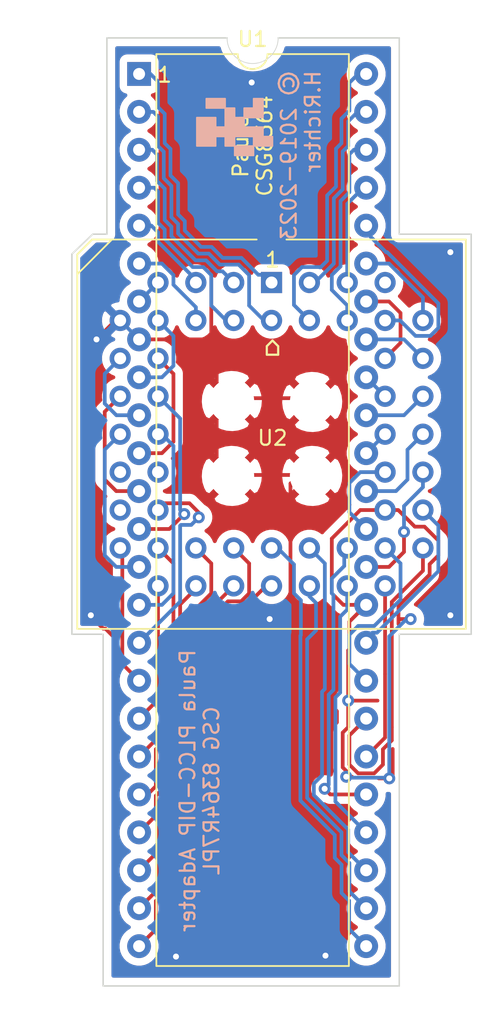
<source format=kicad_pcb>
(kicad_pcb (version 20171130) (host pcbnew "(5.1.6-0)")

  (general
    (thickness 1.6)
    (drawings 22)
    (tracks 407)
    (zones 0)
    (modules 7)
    (nets 53)
  )

  (page A4)
  (layers
    (0 F.Cu signal)
    (31 B.Cu signal)
    (32 B.Adhes user)
    (33 F.Adhes user)
    (34 B.Paste user)
    (35 F.Paste user)
    (36 B.SilkS user)
    (37 F.SilkS user)
    (38 B.Mask user)
    (39 F.Mask user)
    (40 Dwgs.User user)
    (41 Cmts.User user)
    (42 Eco1.User user)
    (43 Eco2.User user)
    (44 Edge.Cuts user)
    (45 Margin user)
    (46 B.CrtYd user)
    (47 F.CrtYd user)
    (48 B.Fab user)
    (49 F.Fab user)
  )

  (setup
    (last_trace_width 0.25)
    (trace_clearance 0.2)
    (zone_clearance 0.508)
    (zone_45_only no)
    (trace_min 0.2)
    (via_size 0.8)
    (via_drill 0.4)
    (via_min_size 0.4)
    (via_min_drill 0.3)
    (uvia_size 0.3)
    (uvia_drill 0.1)
    (uvias_allowed no)
    (uvia_min_size 0.2)
    (uvia_min_drill 0.1)
    (edge_width 0.05)
    (segment_width 0.2)
    (pcb_text_width 0.3)
    (pcb_text_size 1.5 1.5)
    (mod_edge_width 0.12)
    (mod_text_size 1 1)
    (mod_text_width 0.15)
    (pad_size 1.524 1.524)
    (pad_drill 0.762)
    (pad_to_mask_clearance -0.2)
    (pad_to_paste_clearance -0.2)
    (aux_axis_origin 0 0)
    (visible_elements FFFFFF7F)
    (pcbplotparams
      (layerselection 0x010fc_ffffffff)
      (usegerberextensions true)
      (usegerberattributes false)
      (usegerberadvancedattributes false)
      (creategerberjobfile false)
      (excludeedgelayer true)
      (linewidth 0.100000)
      (plotframeref false)
      (viasonmask false)
      (mode 1)
      (useauxorigin false)
      (hpglpennumber 1)
      (hpglpenspeed 20)
      (hpglpendiameter 15.000000)
      (psnegative false)
      (psa4output false)
      (plotreference true)
      (plotvalue true)
      (plotinvisibletext false)
      (padsonsilk false)
      (subtractmaskfromsilk false)
      (outputformat 1)
      (mirror false)
      (drillshape 0)
      (scaleselection 1)
      (outputdirectory "Paula_Gerber/"))
  )

  (net 0 "")
  (net 1 /DRD7)
  (net 2 /DRD8)
  (net 3 /DRD9)
  (net 4 /DRD10)
  (net 5 /DRD11)
  (net 6 /DRD12)
  (net 7 /DRD13)
  (net 8 /DRD14)
  (net 9 /RGA1)
  (net 10 /DRD15)
  (net 11 /RGA2)
  (net 12 /RGA3)
  (net 13 /RGA4)
  (net 14 /RGA5)
  (net 15 /CCK)
  (net 16 /RGA6)
  (net 17 /RGA7)
  (net 18 /RGA8)
  (net 19 /DRD0)
  (net 20 /DRD1)
  (net 21 /DRD2)
  (net 22 /DRD3)
  (net 23 /DRD4)
  (net 24 /DRD5)
  (net 25 /DRD6)
  (net 26 "Net-(U2-Pad47)")
  (net 27 /INT6)
  (net 28 /_RXD)
  (net 29 /INT3)
  (net 30 /_TXD)
  (net 31 /INT2)
  (net 32 /DKWE)
  (net 33 /IPL2)
  (net 34 /_DKWD)
  (net 35 /IPL1)
  (net 36 /_DKRD)
  (net 37 /IPL0)
  (net 38 /P1Y)
  (net 39 /DMAL)
  (net 40 /P1X)
  (net 41 /RST)
  (net 42 /A_GND)
  (net 43 /P0Y)
  (net 44 /P0X)
  (net 45 /GND)
  (net 46 /LEFT)
  (net 47 /RIGHT)
  (net 48 /CCKQ)
  (net 49 /VCC)
  (net 50 "Net-(U2-Pad18)")
  (net 51 "Net-(U2-Pad16)")
  (net 52 "Net-(U2-Pad17)")

  (net_class Default "Dies ist die voreingestellte Netzklasse."
    (clearance 0.2)
    (trace_width 0.25)
    (via_dia 0.8)
    (via_drill 0.4)
    (uvia_dia 0.3)
    (uvia_drill 0.1)
    (add_net /A_GND)
    (add_net /CCK)
    (add_net /CCKQ)
    (add_net /DKWE)
    (add_net /DMAL)
    (add_net /DRD0)
    (add_net /DRD1)
    (add_net /DRD10)
    (add_net /DRD11)
    (add_net /DRD12)
    (add_net /DRD13)
    (add_net /DRD14)
    (add_net /DRD15)
    (add_net /DRD2)
    (add_net /DRD3)
    (add_net /DRD4)
    (add_net /DRD5)
    (add_net /DRD6)
    (add_net /DRD7)
    (add_net /DRD8)
    (add_net /DRD9)
    (add_net /GND)
    (add_net /INT2)
    (add_net /INT3)
    (add_net /INT6)
    (add_net /IPL0)
    (add_net /IPL1)
    (add_net /IPL2)
    (add_net /LEFT)
    (add_net /P0X)
    (add_net /P0Y)
    (add_net /P1X)
    (add_net /P1Y)
    (add_net /RGA1)
    (add_net /RGA2)
    (add_net /RGA3)
    (add_net /RGA4)
    (add_net /RGA5)
    (add_net /RGA6)
    (add_net /RGA7)
    (add_net /RGA8)
    (add_net /RIGHT)
    (add_net /RST)
    (add_net /VCC)
    (add_net /_DKRD)
    (add_net /_DKWD)
    (add_net /_RXD)
    (add_net /_TXD)
    (add_net "Net-(U2-Pad16)")
    (add_net "Net-(U2-Pad17)")
    (add_net "Net-(U2-Pad18)")
    (add_net "Net-(U2-Pad47)")
  )

  (module MountingHole:MountingHole_3mm (layer F.Cu) (tedit 56D1B4CB) (tstamp 5E03CED3)
    (at 35.8775 57.277)
    (descr "Mounting Hole 3mm, no annular")
    (tags "mounting hole 3mm no annular")
    (path /5E055CB9)
    (attr virtual)
    (fp_text reference J2 (at 0 -4) (layer F.SilkS) hide
      (effects (font (size 1 1) (thickness 0.15)))
    )
    (fp_text value Conn_01x01 (at 0 4) (layer F.Fab)
      (effects (font (size 1 1) (thickness 0.15)))
    )
    (fp_circle (center 0 0) (end 3.25 0) (layer F.CrtYd) (width 0.05))
    (fp_circle (center 0 0) (end 3 0) (layer Cmts.User) (width 0.15))
    (fp_text user %R (at 0.3 0) (layer F.Fab)
      (effects (font (size 1 1) (thickness 0.15)))
    )
    (pad 1 np_thru_hole circle (at 0 0) (size 3 3) (drill 3) (layers *.Cu *.Mask)
      (net 45 /GND))
  )

  (module Package_LCC:PLCC-52_THT-Socket (layer F.Cu) (tedit 5A02ECC8) (tstamp 6403A93B)
    (at 38.5445 44.323)
    (descr "PLCC, 52 pins, through hole")
    (tags "plcc leaded")
    (path /6407A8DE)
    (fp_text reference U2 (at 0.0635 10.414) (layer F.SilkS)
      (effects (font (size 1 1) (thickness 0.15)))
    )
    (fp_text value Paula_PLCC (at 0 24.1) (layer F.Fab)
      (effects (font (size 1 1) (thickness 0.15)))
    )
    (fp_line (start -11.94 -2.78) (end -12.94 -1.78) (layer F.Fab) (width 0.1))
    (fp_line (start -12.94 -1.78) (end -12.94 23.1) (layer F.Fab) (width 0.1))
    (fp_line (start -12.94 23.1) (end 12.94 23.1) (layer F.Fab) (width 0.1))
    (fp_line (start 12.94 23.1) (end 12.94 -2.78) (layer F.Fab) (width 0.1))
    (fp_line (start 12.94 -2.78) (end -11.94 -2.78) (layer F.Fab) (width 0.1))
    (fp_line (start -13.4 -3.24) (end -13.4 23.56) (layer F.CrtYd) (width 0.05))
    (fp_line (start -13.4 23.56) (end 13.4 23.56) (layer F.CrtYd) (width 0.05))
    (fp_line (start 13.4 23.56) (end 13.4 -3.24) (layer F.CrtYd) (width 0.05))
    (fp_line (start 13.4 -3.24) (end -13.4 -3.24) (layer F.CrtYd) (width 0.05))
    (fp_line (start -10.4 -0.24) (end -10.4 20.56) (layer F.Fab) (width 0.1))
    (fp_line (start -10.4 20.56) (end 10.4 20.56) (layer F.Fab) (width 0.1))
    (fp_line (start 10.4 20.56) (end 10.4 -0.24) (layer F.Fab) (width 0.1))
    (fp_line (start 10.4 -0.24) (end -10.4 -0.24) (layer F.Fab) (width 0.1))
    (fp_line (start -0.5 -2.78) (end 0 -1.78) (layer F.Fab) (width 0.1))
    (fp_line (start 0 -1.78) (end 0.5 -2.78) (layer F.Fab) (width 0.1))
    (fp_line (start -1 -2.88) (end -12.04 -2.88) (layer F.SilkS) (width 0.12))
    (fp_line (start -12.04 -2.88) (end -13.04 -1.88) (layer F.SilkS) (width 0.12))
    (fp_line (start -13.04 -1.88) (end -13.04 23.2) (layer F.SilkS) (width 0.12))
    (fp_line (start -13.04 23.2) (end 13.04 23.2) (layer F.SilkS) (width 0.12))
    (fp_line (start 13.04 23.2) (end 13.04 -2.88) (layer F.SilkS) (width 0.12))
    (fp_line (start 13.04 -2.88) (end 1 -2.88) (layer F.SilkS) (width 0.12))
    (fp_text user %R (at 0 10.16) (layer F.Fab)
      (effects (font (size 1 1) (thickness 0.15)))
    )
    (pad 46 thru_hole circle (at 10.16 2.54) (size 1.4224 1.4224) (drill 0.8) (layers *.Cu *.Mask)
      (net 8 /DRD14))
    (pad 44 thru_hole circle (at 10.16 5.08) (size 1.4224 1.4224) (drill 0.8) (layers *.Cu *.Mask)
      (net 28 /_RXD))
    (pad 42 thru_hole circle (at 10.16 7.62) (size 1.4224 1.4224) (drill 0.8) (layers *.Cu *.Mask)
      (net 32 /DKWE))
    (pad 40 thru_hole circle (at 10.16 10.16) (size 1.4224 1.4224) (drill 0.8) (layers *.Cu *.Mask)
      (net 36 /_DKRD))
    (pad 38 thru_hole circle (at 10.16 12.7) (size 1.4224 1.4224) (drill 0.8) (layers *.Cu *.Mask)
      (net 40 /P1X))
    (pad 36 thru_hole circle (at 10.16 15.24) (size 1.4224 1.4224) (drill 0.8) (layers *.Cu *.Mask)
      (net 43 /P0Y))
    (pad 47 thru_hole circle (at 7.62 0) (size 1.4224 1.4224) (drill 0.8) (layers *.Cu *.Mask)
      (net 26 "Net-(U2-Pad47)"))
    (pad 45 thru_hole circle (at 7.62 5.08) (size 1.4224 1.4224) (drill 0.8) (layers *.Cu *.Mask)
      (net 10 /DRD15))
    (pad 43 thru_hole circle (at 7.62 7.62) (size 1.4224 1.4224) (drill 0.8) (layers *.Cu *.Mask)
      (net 30 /_TXD))
    (pad 41 thru_hole circle (at 7.62 10.16) (size 1.4224 1.4224) (drill 0.8) (layers *.Cu *.Mask)
      (net 34 /_DKWD))
    (pad 39 thru_hole circle (at 7.62 12.7) (size 1.4224 1.4224) (drill 0.8) (layers *.Cu *.Mask)
      (net 38 /P1Y))
    (pad 37 thru_hole circle (at 7.62 15.24) (size 1.4224 1.4224) (drill 0.8) (layers *.Cu *.Mask)
      (net 42 /A_GND))
    (pad 35 thru_hole circle (at 7.62 17.78) (size 1.4224 1.4224) (drill 0.8) (layers *.Cu *.Mask)
      (net 44 /P0X))
    (pad 33 thru_hole circle (at 7.62 20.32) (size 1.4224 1.4224) (drill 0.8) (layers *.Cu *.Mask)
      (net 47 /RIGHT))
    (pad 31 thru_hole circle (at 5.08 20.32) (size 1.4224 1.4224) (drill 0.8) (layers *.Cu *.Mask)
      (net 15 /CCK))
    (pad 29 thru_hole circle (at 2.54 20.32) (size 1.4224 1.4224) (drill 0.8) (layers *.Cu *.Mask)
      (net 9 /RGA1))
    (pad 27 thru_hole circle (at 0 20.32) (size 1.4224 1.4224) (drill 0.8) (layers *.Cu *.Mask)
      (net 12 /RGA3))
    (pad 25 thru_hole circle (at -2.54 20.32) (size 1.4224 1.4224) (drill 0.8) (layers *.Cu *.Mask)
      (net 14 /RGA5))
    (pad 23 thru_hole circle (at -5.08 20.32) (size 1.4224 1.4224) (drill 0.8) (layers *.Cu *.Mask)
      (net 17 /RGA7))
    (pad 21 thru_hole circle (at -7.62 20.32) (size 1.4224 1.4224) (drill 0.8) (layers *.Cu *.Mask)
      (net 27 /INT6))
    (pad 34 thru_hole circle (at 10.16 17.78) (size 1.4224 1.4224) (drill 0.8) (layers *.Cu *.Mask)
      (net 46 /LEFT))
    (pad 32 thru_hole circle (at 5.08 17.78) (size 1.4224 1.4224) (drill 0.8) (layers *.Cu *.Mask)
      (net 48 /CCKQ))
    (pad 30 thru_hole circle (at 2.54 17.78) (size 1.4224 1.4224) (drill 0.8) (layers *.Cu *.Mask)
      (net 49 /VCC))
    (pad 28 thru_hole circle (at 0 17.78) (size 1.4224 1.4224) (drill 0.8) (layers *.Cu *.Mask)
      (net 11 /RGA2))
    (pad 26 thru_hole circle (at -2.54 17.78) (size 1.4224 1.4224) (drill 0.8) (layers *.Cu *.Mask)
      (net 13 /RGA4))
    (pad 24 thru_hole circle (at -5.08 17.78) (size 1.4224 1.4224) (drill 0.8) (layers *.Cu *.Mask)
      (net 16 /RGA6))
    (pad 22 thru_hole circle (at -7.62 17.78) (size 1.4224 1.4224) (drill 0.8) (layers *.Cu *.Mask)
      (net 18 /RGA8))
    (pad 20 thru_hole circle (at -10.16 17.78) (size 1.4224 1.4224) (drill 0.8) (layers *.Cu *.Mask)
      (net 29 /INT3))
    (pad 18 thru_hole circle (at -10.16 15.24) (size 1.4224 1.4224) (drill 0.8) (layers *.Cu *.Mask)
      (net 50 "Net-(U2-Pad18)"))
    (pad 16 thru_hole circle (at -10.16 12.7) (size 1.4224 1.4224) (drill 0.8) (layers *.Cu *.Mask)
      (net 51 "Net-(U2-Pad16)"))
    (pad 14 thru_hole circle (at -10.16 10.16) (size 1.4224 1.4224) (drill 0.8) (layers *.Cu *.Mask)
      (net 35 /IPL1))
    (pad 12 thru_hole circle (at -10.16 7.62) (size 1.4224 1.4224) (drill 0.8) (layers *.Cu *.Mask)
      (net 39 /DMAL))
    (pad 10 thru_hole circle (at -10.16 5.08) (size 1.4224 1.4224) (drill 0.8) (layers *.Cu *.Mask)
      (net 19 /DRD0))
    (pad 8 thru_hole circle (at -10.16 2.54) (size 1.4224 1.4224) (drill 0.8) (layers *.Cu *.Mask)
      (net 45 /GND))
    (pad 19 thru_hole circle (at -7.62 15.24) (size 1.4224 1.4224) (drill 0.8) (layers *.Cu *.Mask)
      (net 31 /INT2))
    (pad 17 thru_hole circle (at -7.62 12.7) (size 1.4224 1.4224) (drill 0.8) (layers *.Cu *.Mask)
      (net 52 "Net-(U2-Pad17)"))
    (pad 15 thru_hole circle (at -7.62 10.16) (size 1.4224 1.4224) (drill 0.8) (layers *.Cu *.Mask)
      (net 33 /IPL2))
    (pad 13 thru_hole circle (at -7.62 7.62) (size 1.4224 1.4224) (drill 0.8) (layers *.Cu *.Mask)
      (net 37 /IPL0))
    (pad 11 thru_hole circle (at -7.62 5.08) (size 1.4224 1.4224) (drill 0.8) (layers *.Cu *.Mask)
      (net 41 /RST))
    (pad 9 thru_hole circle (at -7.62 2.54) (size 1.4224 1.4224) (drill 0.8) (layers *.Cu *.Mask)
      (net 20 /DRD1))
    (pad 49 thru_hole circle (at 5.08 0) (size 1.4224 1.4224) (drill 0.8) (layers *.Cu *.Mask)
      (net 6 /DRD12))
    (pad 51 thru_hole circle (at 2.54 0) (size 1.4224 1.4224) (drill 0.8) (layers *.Cu *.Mask)
      (net 4 /DRD10))
    (pad 7 thru_hole circle (at -7.62 0) (size 1.4224 1.4224) (drill 0.8) (layers *.Cu *.Mask)
      (net 21 /DRD2))
    (pad 5 thru_hole circle (at -5.08 0) (size 1.4224 1.4224) (drill 0.8) (layers *.Cu *.Mask)
      (net 23 /DRD4))
    (pad 3 thru_hole circle (at -2.54 0) (size 1.4224 1.4224) (drill 0.8) (layers *.Cu *.Mask)
      (net 25 /DRD6))
    (pad 1 thru_hole rect (at 0 0) (size 1.4224 1.4224) (drill 0.8) (layers *.Cu *.Mask)
      (net 2 /DRD8))
    (pad 48 thru_hole circle (at 7.62 2.54) (size 1.4224 1.4224) (drill 0.8) (layers *.Cu *.Mask)
      (net 7 /DRD13))
    (pad 50 thru_hole circle (at 5.08 2.54) (size 1.4224 1.4224) (drill 0.8) (layers *.Cu *.Mask)
      (net 5 /DRD11))
    (pad 52 thru_hole circle (at 2.54 2.54) (size 1.4224 1.4224) (drill 0.8) (layers *.Cu *.Mask)
      (net 3 /DRD9))
    (pad 6 thru_hole circle (at -5.08 2.54) (size 1.4224 1.4224) (drill 0.8) (layers *.Cu *.Mask)
      (net 22 /DRD3))
    (pad 4 thru_hole circle (at -2.54 2.54) (size 1.4224 1.4224) (drill 0.8) (layers *.Cu *.Mask)
      (net 24 /DRD5))
    (pad 2 thru_hole circle (at 0 2.54) (size 1.4224 1.4224) (drill 0.8) (layers *.Cu *.Mask)
      (net 1 /DRD7))
    (model ${KISYS3DMOD}/Package_LCC.3dshapes/PLCC-52_THT-Socket.wrl
      (at (xyz 0 0 0))
      (scale (xyz 1 1 1))
      (rotate (xyz 0 0 0))
    )
  )

  (module Package_DIP:DIP-48_W15.24mm (layer F.Cu) (tedit 5A02E8C5) (tstamp 64038288)
    (at 29.6545 30.353)
    (descr "48-lead though-hole mounted DIP package, row spacing 15.24 mm (600 mils)")
    (tags "THT DIP DIL PDIP 2.54mm 15.24mm 600mil")
    (path /64043FF9)
    (fp_text reference U1 (at 7.62 -2.33) (layer F.SilkS)
      (effects (font (size 1 1) (thickness 0.15)))
    )
    (fp_text value Paula_DIP (at 7.62 60.75) (layer F.Fab)
      (effects (font (size 1 1) (thickness 0.15)))
    )
    (fp_line (start 1.255 -1.27) (end 14.985 -1.27) (layer F.Fab) (width 0.1))
    (fp_line (start 14.985 -1.27) (end 14.985 59.69) (layer F.Fab) (width 0.1))
    (fp_line (start 14.985 59.69) (end 0.255 59.69) (layer F.Fab) (width 0.1))
    (fp_line (start 0.255 59.69) (end 0.255 -0.27) (layer F.Fab) (width 0.1))
    (fp_line (start 0.255 -0.27) (end 1.255 -1.27) (layer F.Fab) (width 0.1))
    (fp_line (start 6.62 -1.33) (end 1.16 -1.33) (layer F.SilkS) (width 0.12))
    (fp_line (start 1.16 -1.33) (end 1.16 59.75) (layer F.SilkS) (width 0.12))
    (fp_line (start 1.16 59.75) (end 14.08 59.75) (layer F.SilkS) (width 0.12))
    (fp_line (start 14.08 59.75) (end 14.08 -1.33) (layer F.SilkS) (width 0.12))
    (fp_line (start 14.08 -1.33) (end 8.62 -1.33) (layer F.SilkS) (width 0.12))
    (fp_line (start -1.05 -1.55) (end -1.05 59.95) (layer F.CrtYd) (width 0.05))
    (fp_line (start -1.05 59.95) (end 16.3 59.95) (layer F.CrtYd) (width 0.05))
    (fp_line (start 16.3 59.95) (end 16.3 -1.55) (layer F.CrtYd) (width 0.05))
    (fp_line (start 16.3 -1.55) (end -1.05 -1.55) (layer F.CrtYd) (width 0.05))
    (fp_text user %R (at 7.62 29.21) (layer F.Fab)
      (effects (font (size 1 1) (thickness 0.15)))
    )
    (fp_arc (start 7.62 -1.33) (end 6.62 -1.33) (angle -180) (layer F.SilkS) (width 0.12))
    (pad 48 thru_hole oval (at 15.24 0) (size 1.6 1.6) (drill 0.8) (layers *.Cu *.Mask)
      (net 3 /DRD9))
    (pad 24 thru_hole oval (at 0 58.42) (size 1.6 1.6) (drill 0.8) (layers *.Cu *.Mask)
      (net 12 /RGA3))
    (pad 47 thru_hole oval (at 15.24 2.54) (size 1.6 1.6) (drill 0.8) (layers *.Cu *.Mask)
      (net 4 /DRD10))
    (pad 23 thru_hole oval (at 0 55.88) (size 1.6 1.6) (drill 0.8) (layers *.Cu *.Mask)
      (net 13 /RGA4))
    (pad 46 thru_hole oval (at 15.24 5.08) (size 1.6 1.6) (drill 0.8) (layers *.Cu *.Mask)
      (net 5 /DRD11))
    (pad 22 thru_hole oval (at 0 53.34) (size 1.6 1.6) (drill 0.8) (layers *.Cu *.Mask)
      (net 14 /RGA5))
    (pad 45 thru_hole oval (at 15.24 7.62) (size 1.6 1.6) (drill 0.8) (layers *.Cu *.Mask)
      (net 6 /DRD12))
    (pad 21 thru_hole oval (at 0 50.8) (size 1.6 1.6) (drill 0.8) (layers *.Cu *.Mask)
      (net 16 /RGA6))
    (pad 44 thru_hole oval (at 15.24 10.16) (size 1.6 1.6) (drill 0.8) (layers *.Cu *.Mask)
      (net 7 /DRD13))
    (pad 20 thru_hole oval (at 0 48.26) (size 1.6 1.6) (drill 0.8) (layers *.Cu *.Mask)
      (net 17 /RGA7))
    (pad 43 thru_hole oval (at 15.24 12.7) (size 1.6 1.6) (drill 0.8) (layers *.Cu *.Mask)
      (net 8 /DRD14))
    (pad 19 thru_hole oval (at 0 45.72) (size 1.6 1.6) (drill 0.8) (layers *.Cu *.Mask)
      (net 18 /RGA8))
    (pad 42 thru_hole oval (at 15.24 15.24) (size 1.6 1.6) (drill 0.8) (layers *.Cu *.Mask)
      (net 10 /DRD15))
    (pad 18 thru_hole oval (at 0 43.18) (size 1.6 1.6) (drill 0.8) (layers *.Cu *.Mask)
      (net 27 /INT6))
    (pad 41 thru_hole oval (at 15.24 17.78) (size 1.6 1.6) (drill 0.8) (layers *.Cu *.Mask)
      (net 28 /_RXD))
    (pad 17 thru_hole oval (at 0 40.64) (size 1.6 1.6) (drill 0.8) (layers *.Cu *.Mask)
      (net 29 /INT3))
    (pad 40 thru_hole oval (at 15.24 20.32) (size 1.6 1.6) (drill 0.8) (layers *.Cu *.Mask)
      (net 30 /_TXD))
    (pad 16 thru_hole oval (at 0 38.1) (size 1.6 1.6) (drill 0.8) (layers *.Cu *.Mask)
      (net 31 /INT2))
    (pad 39 thru_hole oval (at 15.24 22.86) (size 1.6 1.6) (drill 0.8) (layers *.Cu *.Mask)
      (net 32 /DKWE))
    (pad 15 thru_hole oval (at 0 35.56) (size 1.6 1.6) (drill 0.8) (layers *.Cu *.Mask)
      (net 33 /IPL2))
    (pad 38 thru_hole oval (at 15.24 25.4) (size 1.6 1.6) (drill 0.8) (layers *.Cu *.Mask)
      (net 34 /_DKWD))
    (pad 14 thru_hole oval (at 0 33.02) (size 1.6 1.6) (drill 0.8) (layers *.Cu *.Mask)
      (net 35 /IPL1))
    (pad 37 thru_hole oval (at 15.24 27.94) (size 1.6 1.6) (drill 0.8) (layers *.Cu *.Mask)
      (net 36 /_DKRD))
    (pad 13 thru_hole oval (at 0 30.48) (size 1.6 1.6) (drill 0.8) (layers *.Cu *.Mask)
      (net 37 /IPL0))
    (pad 36 thru_hole oval (at 15.24 30.48) (size 1.6 1.6) (drill 0.8) (layers *.Cu *.Mask)
      (net 38 /P1Y))
    (pad 12 thru_hole oval (at 0 27.94) (size 1.6 1.6) (drill 0.8) (layers *.Cu *.Mask)
      (net 39 /DMAL))
    (pad 35 thru_hole oval (at 15.24 33.02) (size 1.6 1.6) (drill 0.8) (layers *.Cu *.Mask)
      (net 40 /P1X))
    (pad 11 thru_hole oval (at 0 25.4) (size 1.6 1.6) (drill 0.8) (layers *.Cu *.Mask)
      (net 41 /RST))
    (pad 34 thru_hole oval (at 15.24 35.56) (size 1.6 1.6) (drill 0.8) (layers *.Cu *.Mask)
      (net 42 /A_GND))
    (pad 10 thru_hole oval (at 0 22.86) (size 1.6 1.6) (drill 0.8) (layers *.Cu *.Mask)
      (net 19 /DRD0))
    (pad 33 thru_hole oval (at 15.24 38.1) (size 1.6 1.6) (drill 0.8) (layers *.Cu *.Mask)
      (net 43 /P0Y))
    (pad 9 thru_hole oval (at 0 20.32) (size 1.6 1.6) (drill 0.8) (layers *.Cu *.Mask)
      (net 20 /DRD1))
    (pad 32 thru_hole oval (at 15.24 40.64) (size 1.6 1.6) (drill 0.8) (layers *.Cu *.Mask)
      (net 44 /P0X))
    (pad 8 thru_hole oval (at 0 17.78) (size 1.6 1.6) (drill 0.8) (layers *.Cu *.Mask)
      (net 45 /GND))
    (pad 31 thru_hole oval (at 15.24 43.18) (size 1.6 1.6) (drill 0.8) (layers *.Cu *.Mask)
      (net 46 /LEFT))
    (pad 7 thru_hole oval (at 0 15.24) (size 1.6 1.6) (drill 0.8) (layers *.Cu *.Mask)
      (net 21 /DRD2))
    (pad 30 thru_hole oval (at 15.24 45.72) (size 1.6 1.6) (drill 0.8) (layers *.Cu *.Mask)
      (net 47 /RIGHT))
    (pad 6 thru_hole oval (at 0 12.7) (size 1.6 1.6) (drill 0.8) (layers *.Cu *.Mask)
      (net 22 /DRD3))
    (pad 29 thru_hole oval (at 15.24 48.26) (size 1.6 1.6) (drill 0.8) (layers *.Cu *.Mask)
      (net 48 /CCKQ))
    (pad 5 thru_hole oval (at 0 10.16) (size 1.6 1.6) (drill 0.8) (layers *.Cu *.Mask)
      (net 23 /DRD4))
    (pad 28 thru_hole oval (at 15.24 50.8) (size 1.6 1.6) (drill 0.8) (layers *.Cu *.Mask)
      (net 15 /CCK))
    (pad 4 thru_hole oval (at 0 7.62) (size 1.6 1.6) (drill 0.8) (layers *.Cu *.Mask)
      (net 24 /DRD5))
    (pad 27 thru_hole oval (at 15.24 53.34) (size 1.6 1.6) (drill 0.8) (layers *.Cu *.Mask)
      (net 49 /VCC))
    (pad 3 thru_hole oval (at 0 5.08) (size 1.6 1.6) (drill 0.8) (layers *.Cu *.Mask)
      (net 25 /DRD6))
    (pad 26 thru_hole oval (at 15.24 55.88) (size 1.6 1.6) (drill 0.8) (layers *.Cu *.Mask)
      (net 9 /RGA1))
    (pad 2 thru_hole oval (at 0 2.54) (size 1.6 1.6) (drill 0.8) (layers *.Cu *.Mask)
      (net 1 /DRD7))
    (pad 25 thru_hole oval (at 15.24 58.42) (size 1.6 1.6) (drill 0.8) (layers *.Cu *.Mask)
      (net 11 /RGA2))
    (pad 1 thru_hole rect (at 0 0) (size 1.6 1.6) (drill 0.8) (layers *.Cu *.Mask)
      (net 2 /DRD8))
    (model ${KISYS3DMOD}/Package_DIP.3dshapes/DIP-48_W15.24mm.wrl
      (at (xyz 0 0 0))
      (scale (xyz 1 1 1))
      (rotate (xyz 0 0 0))
    )
  )

  (module Bax:baxlogo (layer B.Cu) (tedit 5D2B3466) (tstamp 5E0428F1)
    (at 36.068 33.909 270)
    (fp_text reference REF** (at 0 -3.81 270) (layer B.SilkS) hide
      (effects (font (size 1 1) (thickness 0.15)) (justify mirror))
    )
    (fp_text value baxlogo (at 0 3.6322 270) (layer B.Fab)
      (effects (font (size 1 1) (thickness 0.15)) (justify mirror))
    )
    (fp_poly (pts (xy -0.635 2.54) (xy 1.27 2.54) (xy 1.27 1.27) (xy -0.635 1.27)) (layer B.SilkS) (width 0.1))
    (fp_poly (pts (xy 0 1.27) (xy 0 0.635) (xy 0.635 0.635) (xy 0.635 1.27)) (layer B.SilkS) (width 0.1))
    (fp_poly (pts (xy -0.635 0.635) (xy -1.27 0.635) (xy -1.27 0) (xy -0.635 0)) (layer B.SilkS) (width 0.1))
    (fp_poly (pts (xy -1.27 0.635) (xy -1.27 1.905) (xy -1.905 1.905) (xy -1.905 0.635)) (layer B.SilkS) (width 0.1))
    (fp_poly (pts (xy -0.635 0.635) (xy 1.27 0.635) (xy 1.27 0) (xy -0.635 0)) (layer B.SilkS) (width 0.1))
    (fp_poly (pts (xy 1.27 0) (xy 1.27 -1.27) (xy 1.905 -1.27) (xy 1.905 0)) (layer B.SilkS) (width 0.1))
    (fp_poly (pts (xy 0.635 0) (xy 0.635 -0.635) (xy -0.635 -0.635) (xy -0.635 0)) (layer B.SilkS) (width 0.1))
    (fp_poly (pts (xy 0.635 -0.635) (xy 0.635 -1.905) (xy 0 -1.905) (xy 0 -0.635)) (layer B.SilkS) (width 0.1))
    (fp_poly (pts (xy 0.635 -1.27) (xy 1.27 -1.27) (xy 1.27 -2.54) (xy 0.635 -2.54)) (layer B.SilkS) (width 0.1))
    (fp_poly (pts (xy -0.635 -0.635) (xy -0.635 -1.27) (xy -1.27 -1.27) (xy -1.27 -0.635)) (layer B.SilkS) (width 0.1))
    (fp_poly (pts (xy -0.635 -1.27) (xy -0.635 -1.905) (xy -1.905 -1.905) (xy -1.905 -1.27)) (layer B.SilkS) (width 0.1))
  )

  (module MountingHole:MountingHole_3mm (layer F.Cu) (tedit 56D1B4CB) (tstamp 6403A9DC)
    (at 35.8775 52.2605)
    (descr "Mounting Hole 3mm, no annular")
    (tags "mounting hole 3mm no annular")
    (path /5E056143)
    (attr virtual)
    (fp_text reference J4 (at 0 -4) (layer F.SilkS) hide
      (effects (font (size 1 1) (thickness 0.15)))
    )
    (fp_text value Conn_01x01 (at 0 4) (layer F.Fab)
      (effects (font (size 1 1) (thickness 0.15)))
    )
    (fp_circle (center 0 0) (end 3.25 0) (layer F.CrtYd) (width 0.05))
    (fp_circle (center 0 0) (end 3 0) (layer Cmts.User) (width 0.15))
    (fp_text user %R (at 0 0.762) (layer F.Fab)
      (effects (font (size 1 1) (thickness 0.15)))
    )
    (pad 1 np_thru_hole circle (at 0 0) (size 3 3) (drill 3) (layers *.Cu *.Mask)
      (net 45 /GND))
  )

  (module MountingHole:MountingHole_3mm (layer F.Cu) (tedit 56D1B4CB) (tstamp 5E03CEDB)
    (at 41.275 57.277)
    (descr "Mounting Hole 3mm, no annular")
    (tags "mounting hole 3mm no annular")
    (path /5E055F22)
    (attr virtual)
    (fp_text reference J3 (at 0 -4) (layer F.SilkS) hide
      (effects (font (size 1 1) (thickness 0.15)))
    )
    (fp_text value Conn_01x01 (at 0 4) (layer F.Fab)
      (effects (font (size 1 1) (thickness 0.15)))
    )
    (fp_circle (center 0 0) (end 3.25 0) (layer F.CrtYd) (width 0.05))
    (fp_circle (center 0 0) (end 3 0) (layer Cmts.User) (width 0.15))
    (fp_text user %R (at 0.3 0) (layer F.Fab)
      (effects (font (size 1 1) (thickness 0.15)))
    )
    (pad 1 np_thru_hole circle (at 0 0) (size 3 3) (drill 3) (layers *.Cu *.Mask)
      (net 45 /GND))
  )

  (module MountingHole:MountingHole_3mm (layer F.Cu) (tedit 56D1B4CB) (tstamp 5E03CECB)
    (at 41.275 52.324)
    (descr "Mounting Hole 3mm, no annular")
    (tags "mounting hole 3mm no annular")
    (path /5E05583E)
    (attr virtual)
    (fp_text reference J1 (at 0 -4) (layer F.SilkS) hide
      (effects (font (size 1 1) (thickness 0.15)))
    )
    (fp_text value Conn_01x01 (at 0 4) (layer F.Fab)
      (effects (font (size 1 1) (thickness 0.15)))
    )
    (fp_circle (center 0 0) (end 3.25 0) (layer F.CrtYd) (width 0.05))
    (fp_circle (center 0 0) (end 3 0) (layer Cmts.User) (width 0.15))
    (fp_text user %R (at 0 -1.9685) (layer F.Fab)
      (effects (font (size 1 1) (thickness 0.15)))
    )
    (pad 1 np_thru_hole circle (at 0 0) (size 3 3) (drill 3) (layers *.Cu *.Mask)
      (net 45 /GND))
  )

  (gr_text ⌂ (at 38.608 48.7045) (layer F.SilkS)
    (effects (font (size 1 1) (thickness 0.15)))
  )
  (gr_text 1 (at 38.608 42.799) (layer F.SilkS)
    (effects (font (size 1 1) (thickness 0.15)))
  )
  (gr_text 1 (at 31.369 30.4165) (layer F.SilkS)
    (effects (font (size 1 1) (thickness 0.15)))
  )
  (gr_text "Paula\nCSG8364" (at 37.2745 35.179 90) (layer F.SilkS)
    (effects (font (size 1 1) (thickness 0.15)))
  )
  (gr_text "Paula PLCC-DIP Adapter\nCSG 8364R7PL" (at 33.7185 78.359 90) (layer B.SilkS)
    (effects (font (size 1 1) (thickness 0.15)) (justify mirror))
  )
  (gr_line (start 25.527 43.7515) (end 27.813 41.4655) (layer F.SilkS) (width 0.12))
  (gr_line (start 26.543 41.0845) (end 27.4955 41.0845) (layer Edge.Cuts) (width 0.1) (tstamp 64038DC5))
  (gr_line (start 38.989 27.94) (end 47.117 27.94) (layer Edge.Cuts) (width 0.1) (tstamp 64006D36))
  (gr_arc (start 37.2745 27.94) (end 35.56 27.94) (angle -180) (layer Edge.Cuts) (width 0.05))
  (gr_text "© 2019-2023\nH.Richter" (at 40.513 30.0355 90) (layer B.SilkS)
    (effects (font (size 1 1) (thickness 0.15)) (justify left mirror))
  )
  (gr_line (start 47.117 27.94) (end 47.117 41.0845) (layer Edge.Cuts) (width 0.1))
  (gr_line (start 27.4955 27.94) (end 35.56 27.94) (layer Edge.Cuts) (width 0.1))
  (gr_line (start 27.4955 41.0845) (end 27.4955 27.94) (layer Edge.Cuts) (width 0.1))
  (gr_line (start 25.146 42.418) (end 26.543 41.0845) (layer Edge.Cuts) (width 0.1))
  (gr_line (start 25.146 67.8815) (end 25.146 42.418) (layer Edge.Cuts) (width 0.1))
  (gr_line (start 27.2415 67.8815) (end 25.146 67.8815) (layer Edge.Cuts) (width 0.1))
  (gr_line (start 27.2415 91.44) (end 27.2415 67.8815) (layer Edge.Cuts) (width 0.1))
  (gr_line (start 47.117 91.44) (end 27.2415 91.44) (layer Edge.Cuts) (width 0.1))
  (gr_line (start 47.117 67.8815) (end 47.117 91.44) (layer Edge.Cuts) (width 0.1))
  (gr_line (start 51.943 67.8815) (end 47.117 67.8815) (layer Edge.Cuts) (width 0.1))
  (gr_line (start 51.943 41.0845) (end 51.943 67.8815) (layer Edge.Cuts) (width 0.1))
  (gr_line (start 47.117 41.0845) (end 51.943 41.0845) (layer Edge.Cuts) (width 0.1))

  (segment (start 38.5445 46.863) (end 38.0365 46.863) (width 0.25) (layer B.Cu) (net 1))
  (segment (start 37.040701 45.867201) (end 37.040701 43.825623) (width 0.25) (layer B.Cu) (net 1))
  (segment (start 37.040701 43.825623) (end 36.337476 43.122398) (width 0.25) (layer B.Cu) (net 1))
  (segment (start 38.0365 46.863) (end 37.040701 45.867201) (width 0.25) (layer B.Cu) (net 1))
  (segment (start 35.070296 43.122398) (end 34.334677 42.386779) (width 0.25) (layer B.Cu) (net 1))
  (segment (start 36.337476 43.122398) (end 35.070296 43.122398) (width 0.25) (layer B.Cu) (net 1))
  (segment (start 34.334677 42.386779) (end 33.628009 42.386779) (width 0.25) (layer B.Cu) (net 1))
  (segment (start 32.274528 41.033298) (end 32.274527 40.398297) (width 0.25) (layer B.Cu) (net 1))
  (segment (start 33.628009 42.386779) (end 32.274528 41.033298) (width 0.25) (layer B.Cu) (net 1))
  (segment (start 31.824518 39.948288) (end 31.824518 37.854198) (width 0.25) (layer B.Cu) (net 1))
  (segment (start 32.274527 40.398297) (end 31.824518 39.948288) (width 0.25) (layer B.Cu) (net 1))
  (segment (start 31.31101 37.34069) (end 31.311009 35.564099) (width 0.25) (layer B.Cu) (net 1))
  (segment (start 31.824518 37.854198) (end 31.31101 37.34069) (width 0.25) (layer B.Cu) (net 1))
  (segment (start 31.311009 35.564099) (end 30.9245 35.17759) (width 0.25) (layer B.Cu) (net 1))
  (segment (start 30.9245 35.17759) (end 30.9245 33.2105) (width 0.25) (layer B.Cu) (net 1))
  (segment (start 30.607 32.893) (end 29.6545 32.893) (width 0.25) (layer B.Cu) (net 1))
  (segment (start 30.9245 33.2105) (end 30.607 32.893) (width 0.25) (layer B.Cu) (net 1))
  (segment (start 29.6545 30.353) (end 30.4165 30.353) (width 0.25) (layer B.Cu) (net 2))
  (segment (start 30.9245 30.861) (end 30.9245 32.57409) (width 0.25) (layer B.Cu) (net 2))
  (segment (start 30.4165 30.353) (end 30.9245 30.861) (width 0.25) (layer B.Cu) (net 2))
  (segment (start 30.9245 32.57409) (end 31.37451 33.0241) (width 0.25) (layer B.Cu) (net 2))
  (segment (start 31.37451 34.99119) (end 31.761018 35.3777) (width 0.25) (layer B.Cu) (net 2))
  (segment (start 31.37451 33.0241) (end 31.37451 34.99119) (width 0.25) (layer B.Cu) (net 2))
  (segment (start 31.761018 37.154288) (end 32.274528 37.667798) (width 0.25) (layer B.Cu) (net 2))
  (segment (start 31.761018 35.3777) (end 31.761018 37.154288) (width 0.25) (layer B.Cu) (net 2))
  (segment (start 32.274528 39.761888) (end 32.724536 40.211898) (width 0.25) (layer B.Cu) (net 2))
  (segment (start 32.274528 37.667798) (end 32.274528 39.761888) (width 0.25) (layer B.Cu) (net 2))
  (segment (start 32.724536 40.846896) (end 33.814409 41.936769) (width 0.25) (layer B.Cu) (net 2))
  (segment (start 32.724536 40.211898) (end 32.724536 40.846896) (width 0.25) (layer B.Cu) (net 2))
  (segment (start 33.814409 41.936769) (end 34.521078 41.93677) (width 0.25) (layer B.Cu) (net 2))
  (segment (start 35.256696 42.672388) (end 36.523877 42.672389) (width 0.25) (layer B.Cu) (net 2))
  (segment (start 36.523877 42.672389) (end 37.6555 43.804012) (width 0.25) (layer B.Cu) (net 2))
  (segment (start 34.521078 41.93677) (end 35.256696 42.672388) (width 0.25) (layer B.Cu) (net 2))
  (segment (start 38.025512 43.804012) (end 38.5445 44.323) (width 0.25) (layer B.Cu) (net 2))
  (segment (start 37.6555 43.804012) (end 38.025512 43.804012) (width 0.25) (layer B.Cu) (net 2))
  (segment (start 40.048299 43.825623) (end 40.587123 43.286799) (width 0.25) (layer B.Cu) (net 3))
  (segment (start 40.587123 43.286799) (end 41.762799 43.286799) (width 0.25) (layer B.Cu) (net 3))
  (segment (start 40.048299 45.826799) (end 40.048299 43.825623) (width 0.25) (layer B.Cu) (net 3))
  (segment (start 41.0845 46.863) (end 40.048299 45.826799) (width 0.25) (layer B.Cu) (net 3))
  (segment (start 41.783 43.307) (end 41.834102 43.307) (width 0.25) (layer B.Cu) (net 3))
  (segment (start 41.762799 43.286799) (end 41.783 43.307) (width 0.25) (layer B.Cu) (net 3))
  (segment (start 42.274472 38.4933) (end 42.869479 37.898293) (width 0.25) (layer B.Cu) (net 3))
  (segment (start 42.274472 42.86663) (end 42.274472 38.4933) (width 0.25) (layer B.Cu) (net 3))
  (segment (start 41.834102 43.307) (end 42.274472 42.86663) (width 0.25) (layer B.Cu) (net 3))
  (segment (start 42.869479 37.898293) (end 42.86948 35.3597) (width 0.25) (layer B.Cu) (net 3))
  (segment (start 42.86948 35.3597) (end 43.23799 34.99119) (width 0.25) (layer B.Cu) (net 3))
  (segment (start 43.23799 34.99119) (end 43.237991 33.341599) (width 0.25) (layer B.Cu) (net 3))
  (segment (start 43.237991 33.341599) (end 43.769499 32.810091) (width 0.25) (layer B.Cu) (net 3))
  (segment (start 44.358998 30.353) (end 43.769499 30.942499) (width 0.25) (layer B.Cu) (net 3))
  (segment (start 44.8945 30.353) (end 44.358998 30.353) (width 0.25) (layer B.Cu) (net 3))
  (segment (start 43.769499 32.810091) (end 43.769499 30.942499) (width 0.25) (layer B.Cu) (net 3))
  (segment (start 44.8945 32.893) (end 44.323 32.893) (width 0.25) (layer B.Cu) (net 4))
  (segment (start 43.688 33.528) (end 43.688 35.17759) (width 0.25) (layer B.Cu) (net 4))
  (segment (start 44.323 32.893) (end 43.688 33.528) (width 0.25) (layer B.Cu) (net 4))
  (segment (start 43.688 35.17759) (end 43.319489 35.546101) (width 0.25) (layer B.Cu) (net 4))
  (segment (start 43.319489 38.084691) (end 42.724482 38.6797) (width 0.25) (layer B.Cu) (net 4))
  (segment (start 43.319489 35.546101) (end 43.319489 38.084691) (width 0.25) (layer B.Cu) (net 4))
  (segment (start 41.454512 44.323) (end 41.0845 44.323) (width 0.25) (layer B.Cu) (net 4))
  (segment (start 42.724482 43.05303) (end 41.454512 44.323) (width 0.25) (layer B.Cu) (net 4))
  (segment (start 42.724482 38.6797) (end 42.724482 43.05303) (width 0.25) (layer B.Cu) (net 4))
  (segment (start 42.588299 43.825623) (end 43.17449 43.239432) (width 0.25) (layer B.Cu) (net 5))
  (segment (start 42.588299 44.820377) (end 42.588299 43.825623) (width 0.25) (layer B.Cu) (net 5))
  (segment (start 43.6245 45.856578) (end 42.588299 44.820377) (width 0.25) (layer B.Cu) (net 5))
  (segment (start 43.6245 46.863) (end 43.6245 45.856578) (width 0.25) (layer B.Cu) (net 5))
  (segment (start 43.17449 43.239432) (end 43.174491 38.866099) (width 0.25) (layer B.Cu) (net 5))
  (segment (start 43.769499 38.271091) (end 43.769499 35.732501) (width 0.25) (layer B.Cu) (net 5))
  (segment (start 43.174491 38.866099) (end 43.769499 38.271091) (width 0.25) (layer B.Cu) (net 5))
  (segment (start 44.069 35.433) (end 44.8945 35.433) (width 0.25) (layer B.Cu) (net 5))
  (segment (start 43.769499 35.732501) (end 44.069 35.433) (width 0.25) (layer B.Cu) (net 5))
  (segment (start 43.6245 44.323) (end 43.6245 39.0525) (width 0.25) (layer B.Cu) (net 6))
  (segment (start 44.704 37.973) (end 44.8945 37.973) (width 0.25) (layer B.Cu) (net 6))
  (segment (start 43.6245 39.0525) (end 44.704 37.973) (width 0.25) (layer B.Cu) (net 6))
  (segment (start 49.740701 45.729213) (end 46.302488 42.291) (width 0.25) (layer B.Cu) (net 7))
  (segment (start 49.740701 47.360377) (end 49.740701 45.729213) (width 0.25) (layer B.Cu) (net 7))
  (segment (start 48.207123 47.899201) (end 49.201877 47.899201) (width 0.25) (layer B.Cu) (net 7))
  (segment (start 47.170922 46.863) (end 48.207123 47.899201) (width 0.25) (layer B.Cu) (net 7))
  (segment (start 49.201877 47.899201) (end 49.740701 47.360377) (width 0.25) (layer B.Cu) (net 7))
  (segment (start 46.1645 46.863) (end 47.170922 46.863) (width 0.25) (layer B.Cu) (net 7))
  (segment (start 46.302488 42.291) (end 46.228 42.291) (width 0.25) (layer B.Cu) (net 7))
  (segment (start 44.8945 40.9575) (end 44.8945 40.513) (width 0.25) (layer B.Cu) (net 7))
  (segment (start 46.228 42.291) (end 44.8945 40.9575) (width 0.25) (layer B.Cu) (net 7))
  (segment (start 48.7045 45.329422) (end 48.7045 46.863) (width 0.25) (layer B.Cu) (net 8))
  (segment (start 46.428078 43.053) (end 48.7045 45.329422) (width 0.25) (layer B.Cu) (net 8))
  (segment (start 44.8945 43.053) (end 46.428078 43.053) (width 0.25) (layer B.Cu) (net 8))
  (segment (start 43.769499 83.204409) (end 43.769499 85.107999) (width 0.25) (layer B.Cu) (net 9))
  (segment (start 43.23799 81.1489) (end 43.23799 82.6729) (width 0.25) (layer B.Cu) (net 9))
  (segment (start 40.931471 78.842381) (end 43.23799 81.1489) (width 0.25) (layer B.Cu) (net 9))
  (segment (start 43.23799 82.6729) (end 43.769499 83.204409) (width 0.25) (layer B.Cu) (net 9))
  (segment (start 40.93147 68.22503) (end 40.931471 78.842381) (width 0.25) (layer B.Cu) (net 9))
  (segment (start 41.529 65.786) (end 41.529 67.6275) (width 0.25) (layer B.Cu) (net 9))
  (segment (start 41.0845 65.3415) (end 41.529 65.786) (width 0.25) (layer B.Cu) (net 9))
  (segment (start 43.769499 85.107999) (end 44.8945 86.233) (width 0.25) (layer B.Cu) (net 9))
  (segment (start 41.529 67.6275) (end 40.93147 68.22503) (width 0.25) (layer B.Cu) (net 9))
  (segment (start 41.0845 64.643) (end 41.0845 65.3415) (width 0.25) (layer B.Cu) (net 9))
  (segment (start 46.428078 45.593) (end 44.8945 45.593) (width 0.25) (layer F.Cu) (net 10))
  (segment (start 47.200701 46.365623) (end 46.428078 45.593) (width 0.25) (layer F.Cu) (net 10))
  (segment (start 47.200701 48.366799) (end 47.200701 46.365623) (width 0.25) (layer F.Cu) (net 10))
  (segment (start 46.1645 49.403) (end 47.200701 48.366799) (width 0.25) (layer F.Cu) (net 10))
  (segment (start 44.8945 88.773) (end 43.750795 87.629295) (width 0.25) (layer B.Cu) (net 11))
  (segment (start 43.750795 85.725705) (end 43.2435 85.21841) (width 0.25) (layer B.Cu) (net 11))
  (segment (start 43.2435 85.21841) (end 43.2435 83.31482) (width 0.25) (layer B.Cu) (net 11))
  (segment (start 43.750795 87.629295) (end 43.750795 85.725705) (width 0.25) (layer B.Cu) (net 11))
  (segment (start 43.2435 83.31482) (end 42.78798 82.8593) (width 0.25) (layer B.Cu) (net 11))
  (segment (start 42.78798 82.8593) (end 42.78798 81.3353) (width 0.25) (layer B.Cu) (net 11))
  (segment (start 40.481462 79.02878) (end 40.481462 67.976538) (width 0.25) (layer B.Cu) (net 11))
  (segment (start 42.78798 81.3353) (end 40.481462 79.02878) (width 0.25) (layer B.Cu) (net 11))
  (segment (start 40.481462 67.976538) (end 40.513 67.945) (width 0.25) (layer B.Cu) (net 11))
  (segment (start 40.048299 65.140377) (end 40.048299 63.202701) (width 0.25) (layer B.Cu) (net 11))
  (segment (start 40.513 65.605078) (end 40.048299 65.140377) (width 0.25) (layer B.Cu) (net 11))
  (segment (start 40.513 67.945) (end 40.513 65.605078) (width 0.25) (layer B.Cu) (net 11))
  (segment (start 38.948598 62.103) (end 38.5445 62.103) (width 0.25) (layer B.Cu) (net 11))
  (segment (start 40.048299 63.202701) (end 38.948598 62.103) (width 0.25) (layer B.Cu) (net 11))
  (segment (start 30.779501 87.647999) (end 29.6545 88.773) (width 0.25) (layer F.Cu) (net 12))
  (segment (start 30.779501 85.744409) (end 30.779501 87.647999) (width 0.25) (layer F.Cu) (net 12))
  (segment (start 31.43532 83.185) (end 31.37451 83.24581) (width 0.25) (layer F.Cu) (net 12))
  (segment (start 31.856974 82.824026) (end 31.496 83.185) (width 0.25) (layer F.Cu) (net 12))
  (segment (start 32.129531 79.255106) (end 32.12953 80.5872) (width 0.25) (layer F.Cu) (net 12))
  (segment (start 32.579537 78.8051) (end 32.129531 79.255106) (width 0.25) (layer F.Cu) (net 12))
  (segment (start 32.12953 80.5872) (end 31.856974 80.859756) (width 0.25) (layer F.Cu) (net 12))
  (segment (start 34.210746 74.698801) (end 32.579538 76.330009) (width 0.25) (layer F.Cu) (net 12))
  (segment (start 35.851789 66.129211) (end 34.210747 67.770253) (width 0.25) (layer F.Cu) (net 12))
  (segment (start 38.174488 64.643) (end 36.688277 66.129211) (width 0.25) (layer F.Cu) (net 12))
  (segment (start 34.210747 67.770253) (end 34.210746 74.698801) (width 0.25) (layer F.Cu) (net 12))
  (segment (start 36.688277 66.129211) (end 35.851789 66.129211) (width 0.25) (layer F.Cu) (net 12))
  (segment (start 31.374509 85.149401) (end 30.779501 85.744409) (width 0.25) (layer F.Cu) (net 12))
  (segment (start 31.37451 83.24581) (end 31.374509 85.149401) (width 0.25) (layer F.Cu) (net 12))
  (segment (start 31.856974 80.859756) (end 31.856974 82.824026) (width 0.25) (layer F.Cu) (net 12))
  (segment (start 31.496 83.185) (end 31.43532 83.185) (width 0.25) (layer F.Cu) (net 12))
  (segment (start 32.579538 76.330009) (end 32.579537 78.8051) (width 0.25) (layer F.Cu) (net 12))
  (segment (start 38.5445 64.643) (end 38.174488 64.643) (width 0.25) (layer F.Cu) (net 12))
  (segment (start 30.9245 84.963) (end 29.6545 86.233) (width 0.25) (layer F.Cu) (net 13))
  (segment (start 30.9245 83.05941) (end 30.9245 84.963) (width 0.25) (layer F.Cu) (net 13))
  (segment (start 31.406964 82.576946) (end 30.9245 83.05941) (width 0.25) (layer F.Cu) (net 13))
  (segment (start 31.406965 80.673355) (end 31.406964 82.576946) (width 0.25) (layer F.Cu) (net 13))
  (segment (start 31.679521 80.400799) (end 31.406965 80.673355) (width 0.25) (layer F.Cu) (net 13))
  (segment (start 31.679521 79.068706) (end 31.679521 80.400799) (width 0.25) (layer F.Cu) (net 13))
  (segment (start 37.040701 63.139201) (end 37.040701 65.140377) (width 0.25) (layer F.Cu) (net 13))
  (segment (start 33.760738 67.53313) (end 33.760737 74.5124) (width 0.25) (layer F.Cu) (net 13))
  (segment (start 32.129528 78.618699) (end 31.679521 79.068706) (width 0.25) (layer F.Cu) (net 13))
  (segment (start 32.129529 76.143608) (end 32.129528 78.618699) (width 0.25) (layer F.Cu) (net 13))
  (segment (start 33.760737 74.5124) (end 32.129529 76.143608) (width 0.25) (layer F.Cu) (net 13))
  (segment (start 35.614667 65.679201) (end 33.760738 67.53313) (width 0.25) (layer F.Cu) (net 13))
  (segment (start 36.501877 65.679201) (end 35.614667 65.679201) (width 0.25) (layer F.Cu) (net 13))
  (segment (start 37.040701 65.140377) (end 36.501877 65.679201) (width 0.25) (layer F.Cu) (net 13))
  (segment (start 36.0045 62.103) (end 37.040701 63.139201) (width 0.25) (layer F.Cu) (net 13))
  (segment (start 29.6545 83.693) (end 30.956955 82.390545) (width 0.25) (layer F.Cu) (net 14))
  (segment (start 30.956955 80.486955) (end 31.229511 80.214399) (width 0.25) (layer F.Cu) (net 14))
  (segment (start 30.956955 82.390545) (end 30.956955 80.486955) (width 0.25) (layer F.Cu) (net 14))
  (segment (start 31.229511 78.882309) (end 31.679519 78.432299) (width 0.25) (layer F.Cu) (net 14))
  (segment (start 31.229511 80.214399) (end 31.229511 78.882309) (width 0.25) (layer F.Cu) (net 14))
  (segment (start 31.679519 75.957211) (end 33.310728 74.326) (width 0.25) (layer F.Cu) (net 14))
  (segment (start 31.679519 78.432299) (end 31.679519 75.957211) (width 0.25) (layer F.Cu) (net 14))
  (segment (start 34.163 66.494458) (end 33.310729 67.346729) (width 0.25) (layer F.Cu) (net 14))
  (segment (start 34.163 66.4845) (end 34.163 66.494458) (width 0.25) (layer F.Cu) (net 14))
  (segment (start 34.163 66.4845) (end 36.0045 64.643) (width 0.25) (layer F.Cu) (net 14))
  (segment (start 33.310728 74.326) (end 33.310729 67.346729) (width 0.25) (layer F.Cu) (net 14))
  (segment (start 42.831481 79.089981) (end 44.8945 81.153) (width 0.25) (layer B.Cu) (net 15))
  (segment (start 42.831481 72.110017) (end 42.831481 79.089981) (width 0.25) (layer B.Cu) (net 15))
  (segment (start 43.14825 71.793248) (end 42.831481 72.110017) (width 0.25) (layer B.Cu) (net 15))
  (segment (start 43.14825 66.70675) (end 43.14825 71.793248) (width 0.25) (layer B.Cu) (net 15))
  (segment (start 43.6245 66.2305) (end 43.14825 66.70675) (width 0.25) (layer B.Cu) (net 15))
  (segment (start 43.6245 64.643) (end 43.6245 66.2305) (width 0.25) (layer B.Cu) (net 15))
  (segment (start 34.500701 63.139201) (end 33.4645 62.103) (width 0.25) (layer F.Cu) (net 16))
  (segment (start 32.860719 66.780359) (end 34.500701 65.140377) (width 0.25) (layer F.Cu) (net 16))
  (segment (start 34.500701 65.140377) (end 34.500701 63.139201) (width 0.25) (layer F.Cu) (net 16))
  (segment (start 31.229511 75.770809) (end 32.860719 74.139601) (width 0.25) (layer F.Cu) (net 16))
  (segment (start 32.860719 74.139601) (end 32.860719 66.780359) (width 0.25) (layer F.Cu) (net 16))
  (segment (start 30.779501 78.695909) (end 31.22951 78.2459) (width 0.25) (layer F.Cu) (net 16))
  (segment (start 30.779501 80.027999) (end 30.779501 78.695909) (width 0.25) (layer F.Cu) (net 16))
  (segment (start 31.22951 78.2459) (end 31.229511 75.770809) (width 0.25) (layer F.Cu) (net 16))
  (segment (start 29.6545 81.153) (end 30.779501 80.027999) (width 0.25) (layer F.Cu) (net 16))
  (segment (start 33.4645 64.8335) (end 32.410711 65.887289) (width 0.25) (layer F.Cu) (net 17))
  (segment (start 33.4645 64.643) (end 33.4645 64.8335) (width 0.25) (layer F.Cu) (net 17))
  (segment (start 32.410711 65.887289) (end 32.41071 73.9532) (width 0.25) (layer F.Cu) (net 17))
  (segment (start 30.779501 75.584409) (end 30.779501 78.059499) (width 0.25) (layer F.Cu) (net 17))
  (segment (start 32.41071 73.9532) (end 30.779501 75.584409) (width 0.25) (layer F.Cu) (net 17))
  (segment (start 30.226 78.613) (end 29.6545 78.613) (width 0.25) (layer F.Cu) (net 17))
  (segment (start 30.779501 78.059499) (end 30.226 78.613) (width 0.25) (layer F.Cu) (net 17))
  (segment (start 31.960701 63.139201) (end 31.960701 73.766799) (width 0.25) (layer F.Cu) (net 18))
  (segment (start 31.960701 73.766799) (end 29.6545 76.073) (width 0.25) (layer F.Cu) (net 18))
  (segment (start 30.9245 62.103) (end 31.960701 63.139201) (width 0.25) (layer F.Cu) (net 18))
  (segment (start 28.1305 53.213) (end 29.6545 53.213) (width 0.25) (layer B.Cu) (net 19))
  (segment (start 27.348299 52.430799) (end 28.1305 53.213) (width 0.25) (layer B.Cu) (net 19))
  (segment (start 27.348299 50.439201) (end 27.348299 52.430799) (width 0.25) (layer B.Cu) (net 19))
  (segment (start 28.3845 49.403) (end 27.348299 50.439201) (width 0.25) (layer B.Cu) (net 19))
  (segment (start 31.960701 49.900377) (end 31.188078 50.673) (width 0.25) (layer B.Cu) (net 20))
  (segment (start 31.960701 47.899201) (end 31.960701 49.900377) (width 0.25) (layer B.Cu) (net 20))
  (segment (start 31.188078 50.673) (end 29.6545 50.673) (width 0.25) (layer B.Cu) (net 20))
  (segment (start 30.9245 46.863) (end 31.960701 47.899201) (width 0.25) (layer B.Cu) (net 20))
  (segment (start 29.6545 45.593) (end 30.9245 44.323) (width 0.25) (layer B.Cu) (net 21))
  (segment (start 33.4645 46.863) (end 33.4645 45.974) (width 0.25) (layer B.Cu) (net 22))
  (segment (start 31.188078 43.053) (end 29.6545 43.053) (width 0.25) (layer B.Cu) (net 22))
  (segment (start 31.960701 43.825623) (end 31.188078 43.053) (width 0.25) (layer B.Cu) (net 22))
  (segment (start 31.960701 44.470201) (end 31.960701 43.825623) (width 0.25) (layer B.Cu) (net 22))
  (segment (start 33.4645 45.974) (end 31.960701 44.470201) (width 0.25) (layer B.Cu) (net 22))
  (segment (start 33.4645 44.323) (end 33.4645 44.1325) (width 0.25) (layer B.Cu) (net 23))
  (segment (start 33.4645 44.1325) (end 30.9245 41.5925) (width 0.25) (layer B.Cu) (net 23))
  (segment (start 30.9245 41.5925) (end 30.9245 40.9575) (width 0.25) (layer B.Cu) (net 23))
  (segment (start 30.48 40.513) (end 29.6545 40.513) (width 0.25) (layer B.Cu) (net 23))
  (segment (start 30.9245 40.9575) (end 30.48 40.513) (width 0.25) (layer B.Cu) (net 23))
  (segment (start 31.374509 40.771099) (end 30.9245 40.32109) (width 0.25) (layer B.Cu) (net 24))
  (segment (start 30.9245 40.32109) (end 30.9245 38.227) (width 0.25) (layer B.Cu) (net 24))
  (segment (start 33.255209 43.286799) (end 31.37451 41.4061) (width 0.25) (layer B.Cu) (net 24))
  (segment (start 33.961877 43.286799) (end 33.255209 43.286799) (width 0.25) (layer B.Cu) (net 24))
  (segment (start 31.37451 41.4061) (end 31.374509 40.771099) (width 0.25) (layer B.Cu) (net 24))
  (segment (start 34.500701 43.825623) (end 33.961877 43.286799) (width 0.25) (layer B.Cu) (net 24))
  (segment (start 30.6705 37.973) (end 29.6545 37.973) (width 0.25) (layer B.Cu) (net 24))
  (segment (start 35.4965 46.863) (end 34.500701 45.867201) (width 0.25) (layer B.Cu) (net 24))
  (segment (start 34.500701 45.867201) (end 34.500701 43.825623) (width 0.25) (layer B.Cu) (net 24))
  (segment (start 30.9245 38.227) (end 30.6705 37.973) (width 0.25) (layer B.Cu) (net 24))
  (segment (start 36.0045 46.863) (end 35.4965 46.863) (width 0.25) (layer B.Cu) (net 24))
  (segment (start 34.883896 43.572408) (end 34.148277 42.836789) (width 0.25) (layer B.Cu) (net 25))
  (segment (start 35.253908 43.572408) (end 34.883896 43.572408) (width 0.25) (layer B.Cu) (net 25))
  (segment (start 36.0045 44.323) (end 35.253908 43.572408) (width 0.25) (layer B.Cu) (net 25))
  (segment (start 34.148277 42.836789) (end 33.441609 42.836789) (width 0.25) (layer B.Cu) (net 25))
  (segment (start 31.824518 41.219698) (end 31.824518 40.584698) (width 0.25) (layer B.Cu) (net 25))
  (segment (start 33.441609 42.836789) (end 31.824518 41.219698) (width 0.25) (layer B.Cu) (net 25))
  (segment (start 31.37451 40.13469) (end 31.374509 38.040599) (width 0.25) (layer B.Cu) (net 25))
  (segment (start 31.824518 40.584698) (end 31.37451 40.13469) (width 0.25) (layer B.Cu) (net 25))
  (segment (start 31.374509 38.040599) (end 30.861 37.52709) (width 0.25) (layer B.Cu) (net 25))
  (segment (start 30.861 37.52709) (end 30.861 35.7505) (width 0.25) (layer B.Cu) (net 25))
  (segment (start 30.5435 35.433) (end 29.6545 35.433) (width 0.25) (layer B.Cu) (net 25))
  (segment (start 30.861 35.7505) (end 30.5435 35.433) (width 0.25) (layer B.Cu) (net 25))
  (segment (start 30.9245 72.263) (end 29.6545 73.533) (width 0.25) (layer F.Cu) (net 27))
  (segment (start 30.9245 64.643) (end 30.9245 72.263) (width 0.25) (layer F.Cu) (net 27))
  (segment (start 47.4345 48.133) (end 48.7045 49.403) (width 0.25) (layer B.Cu) (net 28))
  (segment (start 44.8945 48.133) (end 47.4345 48.133) (width 0.25) (layer B.Cu) (net 28))
  (segment (start 28.529499 62.247999) (end 28.3845 62.103) (width 0.25) (layer F.Cu) (net 29))
  (segment (start 28.529499 69.867999) (end 28.529499 62.247999) (width 0.25) (layer F.Cu) (net 29))
  (segment (start 29.6545 70.993) (end 28.529499 69.867999) (width 0.25) (layer F.Cu) (net 29))
  (segment (start 46.1645 51.943) (end 44.8945 50.673) (width 0.25) (layer B.Cu) (net 30))
  (via (at 33.661541 60.051618) (size 0.8) (drill 0.4) (layers F.Cu B.Cu) (net 31))
  (segment (start 33.661541 59.735959) (end 33.661541 60.051618) (width 0.25) (layer F.Cu) (net 31))
  (segment (start 33.033702 59.10812) (end 33.661541 59.735959) (width 0.25) (layer F.Cu) (net 31))
  (segment (start 31.37938 59.10812) (end 33.033702 59.10812) (width 0.25) (layer F.Cu) (net 31))
  (segment (start 30.9245 59.563) (end 31.37938 59.10812) (width 0.25) (layer F.Cu) (net 31))
  (segment (start 33.661541 60.051618) (end 33.155037 60.558122) (width 0.25) (layer B.Cu) (net 31))
  (segment (start 32.410711 65.696789) (end 29.6545 68.453) (width 0.25) (layer B.Cu) (net 31))
  (segment (start 32.410711 60.616789) (end 32.410711 65.696789) (width 0.25) (layer B.Cu) (net 31))
  (segment (start 32.469378 60.558122) (end 32.410711 60.616789) (width 0.25) (layer B.Cu) (net 31))
  (segment (start 33.155037 60.558122) (end 32.469378 60.558122) (width 0.25) (layer B.Cu) (net 31))
  (segment (start 47.4345 53.213) (end 48.7045 51.943) (width 0.25) (layer B.Cu) (net 32))
  (segment (start 44.8945 53.213) (end 47.4345 53.213) (width 0.25) (layer B.Cu) (net 32))
  (segment (start 31.188078 65.913) (end 29.6545 65.913) (width 0.25) (layer B.Cu) (net 33))
  (segment (start 31.960701 65.140377) (end 31.188078 65.913) (width 0.25) (layer B.Cu) (net 33))
  (segment (start 31.960701 55.261701) (end 31.960701 65.140377) (width 0.25) (layer B.Cu) (net 33))
  (segment (start 31.182 54.483) (end 31.960701 55.261701) (width 0.25) (layer B.Cu) (net 33))
  (segment (start 30.9245 54.483) (end 31.182 54.483) (width 0.25) (layer B.Cu) (net 33))
  (segment (start 44.8945 55.753) (end 46.1645 54.483) (width 0.25) (layer B.Cu) (net 34))
  (segment (start 28.120922 63.373) (end 29.6545 63.373) (width 0.25) (layer B.Cu) (net 35))
  (segment (start 27.348299 62.600377) (end 28.120922 63.373) (width 0.25) (layer B.Cu) (net 35))
  (segment (start 27.348299 55.519201) (end 27.348299 62.600377) (width 0.25) (layer B.Cu) (net 35))
  (segment (start 28.3845 54.483) (end 27.348299 55.519201) (width 0.25) (layer B.Cu) (net 35))
  (segment (start 47.668299 55.519201) (end 48.7045 54.483) (width 0.25) (layer B.Cu) (net 36))
  (segment (start 47.668299 57.520377) (end 47.668299 55.519201) (width 0.25) (layer B.Cu) (net 36))
  (segment (start 46.895676 58.293) (end 47.668299 57.520377) (width 0.25) (layer B.Cu) (net 36))
  (segment (start 44.8945 58.293) (end 46.895676 58.293) (width 0.25) (layer B.Cu) (net 36))
  (segment (start 30.9245 51.943) (end 32.410711 53.429211) (width 0.25) (layer B.Cu) (net 37))
  (via (at 32.685701 59.833121) (size 0.8) (drill 0.4) (layers F.Cu B.Cu) (net 37))
  (segment (start 32.410711 59.558131) (end 32.685701 59.833121) (width 0.25) (layer B.Cu) (net 37))
  (segment (start 32.410711 53.429211) (end 32.410711 59.558131) (width 0.25) (layer B.Cu) (net 37))
  (segment (start 31.685822 60.833) (end 29.6545 60.833) (width 0.25) (layer F.Cu) (net 37))
  (segment (start 32.685701 59.833121) (end 31.685822 60.833) (width 0.25) (layer F.Cu) (net 37))
  (segment (start 43.769499 59.707999) (end 44.8945 60.833) (width 0.25) (layer B.Cu) (net 38))
  (segment (start 43.769499 57.752999) (end 43.769499 59.707999) (width 0.25) (layer B.Cu) (net 38))
  (segment (start 44.499498 57.023) (end 43.769499 57.752999) (width 0.25) (layer B.Cu) (net 38))
  (segment (start 46.1645 57.023) (end 44.499498 57.023) (width 0.25) (layer B.Cu) (net 38))
  (segment (start 27.348299 52.979201) (end 28.3845 51.943) (width 0.25) (layer F.Cu) (net 39))
  (segment (start 27.348299 57.520377) (end 27.348299 52.979201) (width 0.25) (layer F.Cu) (net 39))
  (segment (start 28.120922 58.293) (end 27.348299 57.520377) (width 0.25) (layer F.Cu) (net 39))
  (segment (start 29.6545 58.293) (end 28.120922 58.293) (width 0.25) (layer F.Cu) (net 39))
  (via (at 47.4345 61.0235) (size 0.8) (drill 0.4) (layers F.Cu B.Cu) (net 40))
  (segment (start 47.4345 62.366578) (end 47.4345 61.0235) (width 0.25) (layer F.Cu) (net 40))
  (segment (start 46.428078 63.373) (end 47.4345 62.366578) (width 0.25) (layer F.Cu) (net 40))
  (segment (start 44.8945 63.373) (end 46.428078 63.373) (width 0.25) (layer F.Cu) (net 40))
  (segment (start 48.7045 58.029422) (end 48.7045 57.023) (width 0.25) (layer B.Cu) (net 40))
  (segment (start 47.4345 59.299422) (end 48.7045 58.029422) (width 0.25) (layer B.Cu) (net 40))
  (segment (start 47.4345 61.0235) (end 47.4345 59.299422) (width 0.25) (layer B.Cu) (net 40))
  (segment (start 31.188078 55.753) (end 29.6545 55.753) (width 0.25) (layer F.Cu) (net 41))
  (segment (start 31.960701 54.980377) (end 31.188078 55.753) (width 0.25) (layer F.Cu) (net 41))
  (segment (start 31.960701 50.439201) (end 31.960701 54.980377) (width 0.25) (layer F.Cu) (net 41))
  (segment (start 30.9245 49.403) (end 31.960701 50.439201) (width 0.25) (layer F.Cu) (net 41))
  (segment (start 42.588299 65.140377) (end 42.588299 61.474199) (width 0.25) (layer F.Cu) (net 42))
  (segment (start 42.588299 61.474199) (end 44.499498 59.563) (width 0.25) (layer F.Cu) (net 42))
  (segment (start 43.360922 65.913) (end 42.588299 65.140377) (width 0.25) (layer F.Cu) (net 42))
  (segment (start 44.499498 59.563) (end 46.1645 59.563) (width 0.25) (layer F.Cu) (net 42))
  (segment (start 44.8945 65.913) (end 43.360922 65.913) (width 0.25) (layer F.Cu) (net 42))
  (via (at 47.879 66.8655) (size 0.8) (drill 0.4) (layers F.Cu B.Cu) (net 42))
  (via (at 46.44622 77.535857) (size 0.8) (drill 0.4) (layers F.Cu B.Cu) (net 42))
  (segment (start 46.44622 72.913308) (end 46.44622 77.535857) (width 0.25) (layer B.Cu) (net 42))
  (segment (start 46.44622 77.535857) (end 46.67391 77.308167) (width 0.25) (layer F.Cu) (net 42))
  (segment (start 46.67391 77.308167) (end 46.67391 75.56641) (width 0.25) (layer F.Cu) (net 42))
  (via (at 43.556482 77.42529) (size 0.8) (drill 0.4) (layers F.Cu B.Cu) (net 42))
  (segment (start 43.619191 77.487999) (end 43.556482 77.42529) (width 0.25) (layer B.Cu) (net 42))
  (segment (start 46.398362 77.487999) (end 43.619191 77.487999) (width 0.25) (layer B.Cu) (net 42))
  (segment (start 46.44622 77.535857) (end 46.398362 77.487999) (width 0.25) (layer B.Cu) (net 42))
  (segment (start 43.6245 77.357272) (end 43.6245 77.104412) (width 0.25) (layer F.Cu) (net 42))
  (segment (start 43.556482 77.42529) (end 43.6245 77.357272) (width 0.25) (layer F.Cu) (net 42))
  (segment (start 43.556482 77.036394) (end 43.319489 76.799401) (width 0.25) (layer F.Cu) (net 42))
  (segment (start 43.556482 77.42529) (end 43.556482 77.036394) (width 0.25) (layer F.Cu) (net 42))
  (segment (start 43.319489 76.799401) (end 43.31949 74.4716) (width 0.25) (layer F.Cu) (net 42))
  (via (at 43.688 72.3265) (size 0.8) (drill 0.4) (layers F.Cu B.Cu) (net 42))
  (segment (start 43.688 74.10309) (end 43.688 72.3265) (width 0.25) (layer F.Cu) (net 42))
  (segment (start 43.31949 74.4716) (end 43.688 74.10309) (width 0.25) (layer F.Cu) (net 42))
  (segment (start 43.769499 67.038001) (end 44.8945 65.913) (width 0.25) (layer F.Cu) (net 42))
  (segment (start 43.769499 68.879501) (end 43.769499 67.038001) (width 0.25) (layer F.Cu) (net 42))
  (segment (start 43.688 68.961) (end 43.769499 68.879501) (width 0.25) (layer F.Cu) (net 42))
  (segment (start 43.688 72.3265) (end 43.688 68.961) (width 0.25) (layer F.Cu) (net 42))
  (segment (start 46.44622 77.535857) (end 45.733055 77.535857) (width 0.25) (layer F.Cu) (net 42))
  (segment (start 43.556482 77.42529) (end 43.945378 77.42529) (width 0.25) (layer F.Cu) (net 42))
  (segment (start 43.688 72.3265) (end 45.6565 72.3265) (width 0.25) (layer F.Cu) (net 42))
  (segment (start 49.15451 63.186568) (end 49.15451 63.88241) (width 0.25) (layer F.Cu) (net 42))
  (segment (start 49.740701 62.600377) (end 49.15451 63.186568) (width 0.25) (layer F.Cu) (net 42))
  (segment (start 49.15451 63.88241) (end 47.064519 65.972401) (width 0.25) (layer F.Cu) (net 42))
  (segment (start 48.810577 60.675499) (end 49.740701 61.605623) (width 0.25) (layer F.Cu) (net 42))
  (segment (start 49.740701 61.605623) (end 49.740701 62.600377) (width 0.25) (layer F.Cu) (net 42))
  (segment (start 48.159501 60.675499) (end 48.810577 60.675499) (width 0.25) (layer F.Cu) (net 42))
  (segment (start 47.047002 59.563) (end 48.159501 60.675499) (width 0.25) (layer F.Cu) (net 42))
  (segment (start 46.1645 59.563) (end 47.047002 59.563) (width 0.25) (layer F.Cu) (net 42))
  (segment (start 46.44622 68.021936) (end 46.44622 72.913308) (width 0.25) (layer B.Cu) (net 42))
  (segment (start 47.602656 66.8655) (end 46.44622 68.021936) (width 0.25) (layer B.Cu) (net 42))
  (segment (start 47.879 66.8655) (end 47.602656 66.8655) (width 0.25) (layer B.Cu) (net 42))
  (segment (start 47.1805 66.8655) (end 47.064519 66.981481) (width 0.25) (layer F.Cu) (net 42))
  (segment (start 47.879 66.8655) (end 47.1805 66.8655) (width 0.25) (layer F.Cu) (net 42))
  (segment (start 47.064519 66.981481) (end 47.064519 67.194019) (width 0.25) (layer F.Cu) (net 42))
  (segment (start 47.064519 65.972401) (end 47.064519 66.981481) (width 0.25) (layer F.Cu) (net 42))
  (segment (start 49.740701 60.599201) (end 48.7045 59.563) (width 0.25) (layer B.Cu) (net 43))
  (segment (start 49.740701 63.658209) (end 49.740701 60.599201) (width 0.25) (layer B.Cu) (net 43))
  (segment (start 45.315491 67.778009) (end 45.620902 67.778008) (width 0.25) (layer B.Cu) (net 43))
  (segment (start 44.8945 68.199) (end 45.315491 67.778009) (width 0.25) (layer B.Cu) (net 43))
  (segment (start 45.620902 67.778008) (end 49.740701 63.658209) (width 0.25) (layer B.Cu) (net 43))
  (segment (start 44.8945 68.453) (end 44.8945 68.199) (width 0.25) (layer B.Cu) (net 43))
  (segment (start 43.769499 67.912999) (end 43.769499 69.867999) (width 0.25) (layer B.Cu) (net 44))
  (segment (start 44.354499 67.327999) (end 43.769499 67.912999) (width 0.25) (layer B.Cu) (net 44))
  (segment (start 45.434501 67.327999) (end 44.354499 67.327999) (width 0.25) (layer B.Cu) (net 44))
  (segment (start 43.769499 69.867999) (end 44.8945 70.993) (width 0.25) (layer B.Cu) (net 44))
  (segment (start 47.200701 65.561799) (end 45.434501 67.327999) (width 0.25) (layer B.Cu) (net 44))
  (segment (start 47.200701 63.139201) (end 47.200701 65.561799) (width 0.25) (layer B.Cu) (net 44))
  (segment (start 46.1645 62.103) (end 47.200701 63.139201) (width 0.25) (layer B.Cu) (net 44))
  (via (at 37.211 30.9245) (size 0.8) (drill 0.4) (layers F.Cu B.Cu) (net 45))
  (segment (start 28.3845 46.863) (end 29.6545 48.133) (width 0.25) (layer B.Cu) (net 45))
  (segment (start 29.6545 48.133) (end 34.2265 48.133) (width 0.25) (layer F.Cu) (net 45))
  (segment (start 34.8615 48.768) (end 34.8615 52.07) (width 0.25) (layer F.Cu) (net 45))
  (segment (start 40.132 52.07) (end 40.386 52.324) (width 0.25) (layer F.Cu) (net 45))
  (segment (start 34.8615 52.07) (end 40.132 52.07) (width 0.25) (layer F.Cu) (net 45))
  (segment (start 34.8615 52.07) (end 34.8615 57.2135) (width 0.25) (layer F.Cu) (net 45))
  (segment (start 34.8615 57.2135) (end 40.386 57.2135) (width 0.25) (layer F.Cu) (net 45))
  (via (at 26.797 48.133) (size 0.8) (drill 0.4) (layers F.Cu B.Cu) (net 45))
  (segment (start 28.067 46.863) (end 26.797 48.133) (width 0.25) (layer F.Cu) (net 45))
  (segment (start 28.3845 46.863) (end 28.067 46.863) (width 0.25) (layer F.Cu) (net 45))
  (segment (start 34.500701 48.407201) (end 34.798 48.7045) (width 0.25) (layer F.Cu) (net 45))
  (segment (start 34.500701 33.634799) (end 34.500701 48.407201) (width 0.25) (layer F.Cu) (net 45))
  (segment (start 37.211 30.9245) (end 34.500701 33.634799) (width 0.25) (layer F.Cu) (net 45))
  (segment (start 34.798 48.7045) (end 34.8615 48.768) (width 0.25) (layer F.Cu) (net 45))
  (segment (start 34.2265 48.133) (end 34.798 48.7045) (width 0.25) (layer F.Cu) (net 45))
  (via (at 50.546 66.6115) (size 0.8) (drill 0.4) (layers F.Cu B.Cu) (net 45))
  (via (at 38.4175 66.8655) (size 0.8) (drill 0.4) (layers F.Cu B.Cu) (net 45))
  (via (at 42.164 89.408) (size 0.8) (drill 0.4) (layers F.Cu B.Cu) (net 45))
  (via (at 32.131 89.4715) (size 0.8) (drill 0.4) (layers F.Cu B.Cu) (net 45))
  (segment (start 38.4175 66.8655) (end 39.8145 65.4685) (width 0.25) (layer F.Cu) (net 45))
  (segment (start 39.8145 57.785) (end 40.386 57.2135) (width 0.25) (layer F.Cu) (net 45))
  (segment (start 39.8145 65.4685) (end 39.8145 57.785) (width 0.25) (layer F.Cu) (net 45))
  (via (at 26.416 66.6115) (size 0.8) (drill 0.4) (layers F.Cu B.Cu) (net 45))
  (via (at 50.546 42.291) (size 0.8) (drill 0.4) (layers F.Cu B.Cu) (net 45))
  (segment (start 28.079489 68.189145) (end 28.079489 90.118989) (width 0.25) (layer F.Cu) (net 45))
  (segment (start 27.396834 67.50649) (end 28.079489 68.189145) (width 0.25) (layer F.Cu) (net 45))
  (segment (start 27.24749 67.50649) (end 27.396834 67.50649) (width 0.25) (layer F.Cu) (net 45))
  (segment (start 26.416 66.675) (end 27.24749 67.50649) (width 0.25) (layer F.Cu) (net 45))
  (segment (start 26.416 66.6115) (end 26.416 66.675) (width 0.25) (layer F.Cu) (net 45))
  (segment (start 28.079489 90.118989) (end 28.321 90.3605) (width 0.25) (layer F.Cu) (net 45))
  (segment (start 31.242 90.3605) (end 32.131 89.4715) (width 0.25) (layer F.Cu) (net 45))
  (segment (start 28.321 90.3605) (end 31.242 90.3605) (width 0.25) (layer F.Cu) (net 45))
  (segment (start 46.614508 74.989402) (end 46.614508 74.110008) (width 0.25) (layer F.Cu) (net 46))
  (segment (start 46.019501 75.584409) (end 46.614508 74.989402) (width 0.25) (layer F.Cu) (net 46))
  (segment (start 46.019501 76.613001) (end 46.019501 75.584409) (width 0.25) (layer F.Cu) (net 46))
  (segment (start 44.354499 77.198001) (end 45.434501 77.198001) (width 0.25) (layer F.Cu) (net 46))
  (segment (start 43.769499 76.613001) (end 44.354499 77.198001) (width 0.25) (layer F.Cu) (net 46))
  (segment (start 46.61451 65.71699) (end 48.7045 63.627) (width 0.25) (layer F.Cu) (net 46))
  (segment (start 43.769499 74.658001) (end 43.769499 76.613001) (width 0.25) (layer F.Cu) (net 46))
  (segment (start 46.614508 74.110008) (end 46.61451 65.71699) (width 0.25) (layer F.Cu) (net 46))
  (segment (start 45.434501 77.198001) (end 46.019501 76.613001) (width 0.25) (layer F.Cu) (net 46))
  (segment (start 48.7045 63.627) (end 48.7045 62.103) (width 0.25) (layer F.Cu) (net 46))
  (segment (start 44.8945 73.533) (end 43.769499 74.658001) (width 0.25) (layer F.Cu) (net 46))
  (segment (start 44.8945 76.073) (end 46.1645 74.803) (width 0.25) (layer F.Cu) (net 47))
  (segment (start 46.1645 74.803) (end 46.1645 70.5485) (width 0.25) (layer F.Cu) (net 47))
  (segment (start 46.1645 64.643) (end 46.1645 70.5485) (width 0.25) (layer F.Cu) (net 47))
  (via (at 42.106481 78.232) (size 0.8) (drill 0.4) (layers F.Cu B.Cu) (net 48))
  (segment (start 42.487481 78.613) (end 42.106481 78.232) (width 0.25) (layer F.Cu) (net 48))
  (segment (start 44.8945 78.613) (end 42.487481 78.613) (width 0.25) (layer F.Cu) (net 48))
  (segment (start 43.424422 62.303078) (end 43.6245 62.103) (width 0.25) (layer B.Cu) (net 48))
  (segment (start 43.424422 63.3095) (end 43.424422 62.303078) (width 0.25) (layer B.Cu) (net 48))
  (segment (start 42.588299 65.140377) (end 42.588299 64.145623) (width 0.25) (layer B.Cu) (net 48))
  (segment (start 42.69824 65.250318) (end 42.588299 65.140377) (width 0.25) (layer B.Cu) (net 48))
  (segment (start 42.69824 71.606848) (end 42.69824 65.250318) (width 0.25) (layer B.Cu) (net 48))
  (segment (start 42.381472 71.923616) (end 42.69824 71.606848) (width 0.25) (layer B.Cu) (net 48))
  (segment (start 42.588299 64.145623) (end 43.424422 63.3095) (width 0.25) (layer B.Cu) (net 48))
  (segment (start 42.381471 77.95701) (end 42.381472 71.923616) (width 0.25) (layer B.Cu) (net 48))
  (segment (start 42.106481 78.232) (end 42.381471 77.95701) (width 0.25) (layer B.Cu) (net 48))
  (segment (start 42.120701 63.139201) (end 41.0845 62.103) (width 0.25) (layer B.Cu) (net 49))
  (segment (start 42.120701 71.547977) (end 42.120701 63.139201) (width 0.25) (layer B.Cu) (net 49))
  (segment (start 41.931461 77.334018) (end 41.931461 71.737217) (width 0.25) (layer B.Cu) (net 49))
  (segment (start 41.38148 77.883999) (end 41.931461 77.334018) (width 0.25) (layer B.Cu) (net 49))
  (segment (start 41.38148 78.65598) (end 41.38148 77.883999) (width 0.25) (layer B.Cu) (net 49))
  (segment (start 43.688 80.9625) (end 41.38148 78.65598) (width 0.25) (layer B.Cu) (net 49))
  (segment (start 43.688 82.4865) (end 43.688 80.9625) (width 0.25) (layer B.Cu) (net 49))
  (segment (start 41.931461 71.737217) (end 42.120701 71.547977) (width 0.25) (layer B.Cu) (net 49))
  (segment (start 44.8945 83.693) (end 43.688 82.4865) (width 0.25) (layer B.Cu) (net 49))

  (zone (net 45) (net_name /GND) (layer F.Cu) (tstamp 6403C778) (hatch edge 0.508)
    (connect_pads (clearance 0.508))
    (min_thickness 0.254)
    (fill yes (arc_segments 32) (thermal_gap 0.508) (thermal_bridge_width 0.508))
    (polygon
      (pts
        (xy 53.34 93.98) (xy 20.32 93.98) (xy 20.32 25.4) (xy 53.34 25.4)
      )
    )
    (filled_polygon
      (pts
        (xy 39.891513 65.280665) (xy 40.038838 65.501153) (xy 40.226347 65.688662) (xy 40.446835 65.835987) (xy 40.691828 65.937467)
        (xy 40.951911 65.9892) (xy 41.217089 65.9892) (xy 41.477172 65.937467) (xy 41.722165 65.835987) (xy 41.942653 65.688662)
        (xy 42.004412 65.626903) (xy 42.048298 65.680378) (xy 42.077301 65.70418) (xy 42.797123 66.424002) (xy 42.820921 66.453001)
        (xy 42.849919 66.476799) (xy 42.936645 66.547974) (xy 43.029724 66.597726) (xy 43.068675 66.618546) (xy 43.12312 66.635062)
        (xy 43.063953 66.745755) (xy 43.036956 66.834757) (xy 43.023774 66.878214) (xy 43.020497 66.889016) (xy 43.005823 67.038001)
        (xy 43.0095 67.075333) (xy 43.009499 68.618156) (xy 42.982454 68.668754) (xy 42.938998 68.812015) (xy 42.924324 68.961)
        (xy 42.928001 68.998332) (xy 42.928 71.622789) (xy 42.884063 71.666726) (xy 42.770795 71.836244) (xy 42.692774 72.024602)
        (xy 42.653 72.224561) (xy 42.653 72.428439) (xy 42.692774 72.628398) (xy 42.770795 72.816756) (xy 42.884063 72.986274)
        (xy 42.928001 73.030212) (xy 42.928 73.788289) (xy 42.808488 73.907801) (xy 42.77949 73.931599) (xy 42.755692 73.960597)
        (xy 42.755691 73.960598) (xy 42.684516 74.047324) (xy 42.613944 74.179354) (xy 42.588572 74.262999) (xy 42.570488 74.322614)
        (xy 42.563325 74.395336) (xy 42.555814 74.4716) (xy 42.559491 74.508932) (xy 42.559489 76.762078) (xy 42.555813 76.799401)
        (xy 42.559489 76.836723) (xy 42.559489 76.836733) (xy 42.570486 76.948386) (xy 42.597229 77.036547) (xy 42.561256 77.123392)
        (xy 42.528783 77.286647) (xy 42.408379 77.236774) (xy 42.20842 77.197) (xy 42.004542 77.197) (xy 41.804583 77.236774)
        (xy 41.616225 77.314795) (xy 41.446707 77.428063) (xy 41.302544 77.572226) (xy 41.189276 77.741744) (xy 41.111255 77.930102)
        (xy 41.071481 78.130061) (xy 41.071481 78.333939) (xy 41.111255 78.533898) (xy 41.189276 78.722256) (xy 41.302544 78.891774)
        (xy 41.446707 79.035937) (xy 41.616225 79.149205) (xy 41.804583 79.227226) (xy 42.004542 79.267) (xy 42.0988 79.267)
        (xy 42.195234 79.318546) (xy 42.338495 79.362003) (xy 42.450148 79.373) (xy 42.450157 79.373) (xy 42.48748 79.376676)
        (xy 42.524803 79.373) (xy 43.676457 79.373) (xy 43.779863 79.527759) (xy 43.979741 79.727637) (xy 44.212259 79.883)
        (xy 43.979741 80.038363) (xy 43.779863 80.238241) (xy 43.62282 80.473273) (xy 43.514647 80.734426) (xy 43.4595 81.011665)
        (xy 43.4595 81.294335) (xy 43.514647 81.571574) (xy 43.62282 81.832727) (xy 43.779863 82.067759) (xy 43.979741 82.267637)
        (xy 44.212259 82.423) (xy 43.979741 82.578363) (xy 43.779863 82.778241) (xy 43.62282 83.013273) (xy 43.514647 83.274426)
        (xy 43.4595 83.551665) (xy 43.4595 83.834335) (xy 43.514647 84.111574) (xy 43.62282 84.372727) (xy 43.779863 84.607759)
        (xy 43.979741 84.807637) (xy 44.212259 84.963) (xy 43.979741 85.118363) (xy 43.779863 85.318241) (xy 43.62282 85.553273)
        (xy 43.514647 85.814426) (xy 43.4595 86.091665) (xy 43.4595 86.374335) (xy 43.514647 86.651574) (xy 43.62282 86.912727)
        (xy 43.779863 87.147759) (xy 43.979741 87.347637) (xy 44.212259 87.503) (xy 43.979741 87.658363) (xy 43.779863 87.858241)
        (xy 43.62282 88.093273) (xy 43.514647 88.354426) (xy 43.4595 88.631665) (xy 43.4595 88.914335) (xy 43.514647 89.191574)
        (xy 43.62282 89.452727) (xy 43.779863 89.687759) (xy 43.979741 89.887637) (xy 44.214773 90.04468) (xy 44.475926 90.152853)
        (xy 44.753165 90.208) (xy 45.035835 90.208) (xy 45.313074 90.152853) (xy 45.574227 90.04468) (xy 45.809259 89.887637)
        (xy 46.009137 89.687759) (xy 46.16618 89.452727) (xy 46.274353 89.191574) (xy 46.3295 88.914335) (xy 46.3295 88.631665)
        (xy 46.274353 88.354426) (xy 46.16618 88.093273) (xy 46.009137 87.858241) (xy 45.809259 87.658363) (xy 45.576741 87.503)
        (xy 45.809259 87.347637) (xy 46.009137 87.147759) (xy 46.16618 86.912727) (xy 46.274353 86.651574) (xy 46.3295 86.374335)
        (xy 46.3295 86.091665) (xy 46.274353 85.814426) (xy 46.16618 85.553273) (xy 46.009137 85.318241) (xy 45.809259 85.118363)
        (xy 45.576741 84.963) (xy 45.809259 84.807637) (xy 46.009137 84.607759) (xy 46.16618 84.372727) (xy 46.274353 84.111574)
        (xy 46.3295 83.834335) (xy 46.3295 83.551665) (xy 46.274353 83.274426) (xy 46.16618 83.013273) (xy 46.009137 82.778241)
        (xy 45.809259 82.578363) (xy 45.576741 82.423) (xy 45.809259 82.267637) (xy 46.009137 82.067759) (xy 46.16618 81.832727)
        (xy 46.274353 81.571574) (xy 46.3295 81.294335) (xy 46.3295 81.011665) (xy 46.274353 80.734426) (xy 46.16618 80.473273)
        (xy 46.009137 80.238241) (xy 45.809259 80.038363) (xy 45.576741 79.883) (xy 45.809259 79.727637) (xy 46.009137 79.527759)
        (xy 46.16618 79.292727) (xy 46.274353 79.031574) (xy 46.3295 78.754335) (xy 46.3295 78.567917) (xy 46.344281 78.570857)
        (xy 46.432 78.570857) (xy 46.432001 90.755) (xy 27.9265 90.755) (xy 27.9265 70.331236) (xy 27.989498 70.408)
        (xy 28.018501 70.431803) (xy 28.255812 70.669113) (xy 28.2195 70.851665) (xy 28.2195 71.134335) (xy 28.274647 71.411574)
        (xy 28.38282 71.672727) (xy 28.539863 71.907759) (xy 28.739741 72.107637) (xy 28.972259 72.263) (xy 28.739741 72.418363)
        (xy 28.539863 72.618241) (xy 28.38282 72.853273) (xy 28.274647 73.114426) (xy 28.2195 73.391665) (xy 28.2195 73.674335)
        (xy 28.274647 73.951574) (xy 28.38282 74.212727) (xy 28.539863 74.447759) (xy 28.739741 74.647637) (xy 28.972259 74.803)
        (xy 28.739741 74.958363) (xy 28.539863 75.158241) (xy 28.38282 75.393273) (xy 28.274647 75.654426) (xy 28.2195 75.931665)
        (xy 28.2195 76.214335) (xy 28.274647 76.491574) (xy 28.38282 76.752727) (xy 28.539863 76.987759) (xy 28.739741 77.187637)
        (xy 28.972259 77.343) (xy 28.739741 77.498363) (xy 28.539863 77.698241) (xy 28.38282 77.933273) (xy 28.274647 78.194426)
        (xy 28.2195 78.471665) (xy 28.2195 78.754335) (xy 28.274647 79.031574) (xy 28.38282 79.292727) (xy 28.539863 79.527759)
        (xy 28.739741 79.727637) (xy 28.972259 79.883) (xy 28.739741 80.038363) (xy 28.539863 80.238241) (xy 28.38282 80.473273)
        (xy 28.274647 80.734426) (xy 28.2195 81.011665) (xy 28.2195 81.294335) (xy 28.274647 81.571574) (xy 28.38282 81.832727)
        (xy 28.539863 82.067759) (xy 28.739741 82.267637) (xy 28.972259 82.423) (xy 28.739741 82.578363) (xy 28.539863 82.778241)
        (xy 28.38282 83.013273) (xy 28.274647 83.274426) (xy 28.2195 83.551665) (xy 28.2195 83.834335) (xy 28.274647 84.111574)
        (xy 28.38282 84.372727) (xy 28.539863 84.607759) (xy 28.739741 84.807637) (xy 28.972259 84.963) (xy 28.739741 85.118363)
        (xy 28.539863 85.318241) (xy 28.38282 85.553273) (xy 28.274647 85.814426) (xy 28.2195 86.091665) (xy 28.2195 86.374335)
        (xy 28.274647 86.651574) (xy 28.38282 86.912727) (xy 28.539863 87.147759) (xy 28.739741 87.347637) (xy 28.972259 87.503)
        (xy 28.739741 87.658363) (xy 28.539863 87.858241) (xy 28.38282 88.093273) (xy 28.274647 88.354426) (xy 28.2195 88.631665)
        (xy 28.2195 88.914335) (xy 28.274647 89.191574) (xy 28.38282 89.452727) (xy 28.539863 89.687759) (xy 28.739741 89.887637)
        (xy 28.974773 90.04468) (xy 29.235926 90.152853) (xy 29.513165 90.208) (xy 29.795835 90.208) (xy 30.073074 90.152853)
        (xy 30.334227 90.04468) (xy 30.569259 89.887637) (xy 30.769137 89.687759) (xy 30.92618 89.452727) (xy 31.034353 89.191574)
        (xy 31.0895 88.914335) (xy 31.0895 88.631665) (xy 31.053188 88.449114) (xy 31.290504 88.211798) (xy 31.319502 88.188)
        (xy 31.414475 88.072275) (xy 31.485047 87.940246) (xy 31.528504 87.796985) (xy 31.539501 87.685332) (xy 31.539501 87.685324)
        (xy 31.543177 87.647999) (xy 31.539501 87.610674) (xy 31.539501 86.059211) (xy 31.885521 85.713192) (xy 31.914509 85.689402)
        (xy 31.938298 85.660415) (xy 31.938308 85.660405) (xy 32.009482 85.573678) (xy 32.080054 85.441648) (xy 32.123511 85.298388)
        (xy 32.138185 85.149402) (xy 32.134508 85.11207) (xy 32.13451 83.621291) (xy 32.367971 83.38783) (xy 32.396975 83.364027)
        (xy 32.491948 83.248302) (xy 32.56252 83.116273) (xy 32.605977 82.973012) (xy 32.616974 82.861359) (xy 32.616974 82.86135)
        (xy 32.62065 82.824027) (xy 32.616974 82.786704) (xy 32.616974 81.174558) (xy 32.640537 81.150995) (xy 32.66953 81.127201)
        (xy 32.693324 81.098208) (xy 32.693329 81.098203) (xy 32.764503 81.011476) (xy 32.790199 80.963402) (xy 32.835075 80.879447)
        (xy 32.878532 80.736186) (xy 32.888406 80.63594) (xy 32.893206 80.587201) (xy 32.889529 80.549869) (xy 32.88953 79.569908)
        (xy 33.090539 79.368899) (xy 33.119537 79.345101) (xy 33.143336 79.316102) (xy 33.214511 79.229376) (xy 33.285083 79.097347)
        (xy 33.32854 78.954086) (xy 33.343214 78.8051) (xy 33.339536 78.767758) (xy 33.339538 76.644811) (xy 34.721759 75.262591)
        (xy 34.750746 75.238802) (xy 34.774535 75.209815) (xy 34.774545 75.209805) (xy 34.845719 75.123078) (xy 34.916291 74.991048)
        (xy 34.959748 74.847788) (xy 34.974422 74.698802) (xy 34.970745 74.661469) (xy 34.970747 68.085054) (xy 36.166591 66.889211)
        (xy 36.650955 66.889211) (xy 36.688277 66.892887) (xy 36.725599 66.889211) (xy 36.72561 66.889211) (xy 36.837263 66.878214)
        (xy 36.980524 66.834757) (xy 37.112553 66.764185) (xy 37.228278 66.669212) (xy 37.252081 66.640208) (xy 38.012524 65.879765)
        (xy 38.151828 65.937467) (xy 38.411911 65.9892) (xy 38.677089 65.9892) (xy 38.937172 65.937467) (xy 39.182165 65.835987)
        (xy 39.402653 65.688662) (xy 39.590162 65.501153) (xy 39.737487 65.280665) (xy 39.8145 65.09474)
      )
    )
    (filled_polygon
      (pts
        (xy 35.069536 28.814977) (xy 35.093108 28.869973) (xy 35.115897 28.925265) (xy 35.12028 28.933371) (xy 35.281481 29.226593)
        (xy 35.315268 29.275938) (xy 35.34838 29.325776) (xy 35.354254 29.332876) (xy 35.569338 29.589203) (xy 35.612068 29.631047)
        (xy 35.654227 29.673502) (xy 35.661369 29.679326) (xy 35.922145 29.888995) (xy 35.972179 29.921737) (xy 36.02179 29.9552)
        (xy 36.029926 29.959526) (xy 36.32646 30.114551) (xy 36.381925 30.13696) (xy 36.437071 30.160142) (xy 36.445893 30.162805)
        (xy 36.766891 30.257279) (xy 36.825659 30.268489) (xy 36.884246 30.280516) (xy 36.893417 30.281415) (xy 37.226651 30.311742)
        (xy 37.286468 30.311324) (xy 37.346286 30.311742) (xy 37.355457 30.310843) (xy 37.688236 30.275867) (xy 37.746871 30.263831)
        (xy 37.805595 30.252629) (xy 37.814411 30.249967) (xy 37.814415 30.249966) (xy 37.814418 30.249965) (xy 38.134064 30.151017)
        (xy 38.189207 30.127837) (xy 38.24467 30.105429) (xy 38.252806 30.101103) (xy 38.547147 29.941953) (xy 38.596721 29.908515)
        (xy 38.646795 29.875748) (xy 38.653936 29.869923) (xy 38.911759 29.656634) (xy 38.953899 29.614198) (xy 38.996649 29.572335)
        (xy 39.002522 29.565234) (xy 39.214006 29.305929) (xy 39.247076 29.256154) (xy 39.280906 29.206748) (xy 39.285288 29.198641)
        (xy 39.442379 28.903197) (xy 39.465176 28.847887) (xy 39.48874 28.79291) (xy 39.491465 28.784107) (xy 39.539503 28.625)
        (xy 46.432 28.625) (xy 46.432001 41.050843) (xy 46.428686 41.0845) (xy 46.441912 41.218783) (xy 46.481081 41.347906)
        (xy 46.544688 41.466907) (xy 46.630289 41.571211) (xy 46.734593 41.656812) (xy 46.853594 41.720419) (xy 46.982717 41.759588)
        (xy 47.083353 41.7695) (xy 47.117 41.772814) (xy 47.150647 41.7695) (xy 51.258 41.7695) (xy 51.258001 67.1965)
        (xy 48.862171 67.1965) (xy 48.874226 67.167398) (xy 48.914 66.967439) (xy 48.914 66.763561) (xy 48.874226 66.563602)
        (xy 48.796205 66.375244) (xy 48.682937 66.205726) (xy 48.538774 66.061563) (xy 48.369256 65.948295) (xy 48.223713 65.888009)
        (xy 49.665513 64.446209) (xy 49.694511 64.422411) (xy 49.789484 64.306686) (xy 49.860056 64.174657) (xy 49.903513 64.031396)
        (xy 49.91451 63.919743) (xy 49.918187 63.88241) (xy 49.91451 63.845077) (xy 49.91451 63.501369) (xy 50.251703 63.164177)
        (xy 50.280702 63.140378) (xy 50.375675 63.024653) (xy 50.446247 62.892624) (xy 50.489704 62.749363) (xy 50.500701 62.63771)
        (xy 50.500701 62.637701) (xy 50.504377 62.600378) (xy 50.500701 62.563055) (xy 50.500701 61.642946) (xy 50.504377 61.605623)
        (xy 50.500701 61.5683) (xy 50.500701 61.56829) (xy 50.489704 61.456637) (xy 50.446247 61.313376) (xy 50.444695 61.310472)
        (xy 50.375675 61.181346) (xy 50.3045 61.09462) (xy 50.280702 61.065622) (xy 50.251705 61.041825) (xy 49.690597 60.480718)
        (xy 49.750162 60.421153) (xy 49.897487 60.200665) (xy 49.998967 59.955672) (xy 50.0507 59.695589) (xy 50.0507 59.430411)
        (xy 49.998967 59.170328) (xy 49.897487 58.925335) (xy 49.750162 58.704847) (xy 49.562653 58.517338) (xy 49.342165 58.370013)
        (xy 49.15624 58.293) (xy 49.342165 58.215987) (xy 49.562653 58.068662) (xy 49.750162 57.881153) (xy 49.897487 57.660665)
        (xy 49.998967 57.415672) (xy 50.0507 57.155589) (xy 50.0507 56.890411) (xy 49.998967 56.630328) (xy 49.897487 56.385335)
        (xy 49.750162 56.164847) (xy 49.562653 55.977338) (xy 49.342165 55.830013) (xy 49.15624 55.753) (xy 49.342165 55.675987)
        (xy 49.562653 55.528662) (xy 49.750162 55.341153) (xy 49.897487 55.120665) (xy 49.998967 54.875672) (xy 50.0507 54.615589)
        (xy 50.0507 54.350411) (xy 49.998967 54.090328) (xy 49.897487 53.845335) (xy 49.750162 53.624847) (xy 49.562653 53.437338)
        (xy 49.342165 53.290013) (xy 49.15624 53.213) (xy 49.342165 53.135987) (xy 49.562653 52.988662) (xy 49.750162 52.801153)
        (xy 49.897487 52.580665) (xy 49.998967 52.335672) (xy 50.0507 52.075589) (xy 50.0507 51.810411) (xy 49.998967 51.550328)
        (xy 49.897487 51.305335) (xy 49.750162 51.084847) (xy 49.562653 50.897338) (xy 49.342165 50.750013) (xy 49.15624 50.673)
        (xy 49.342165 50.595987) (xy 49.562653 50.448662) (xy 49.750162 50.261153) (xy 49.897487 50.040665) (xy 49.998967 49.795672)
        (xy 50.0507 49.535589) (xy 50.0507 49.270411) (xy 49.998967 49.010328) (xy 49.897487 48.765335) (xy 49.750162 48.544847)
        (xy 49.562653 48.357338) (xy 49.342165 48.210013) (xy 49.15624 48.133) (xy 49.342165 48.055987) (xy 49.562653 47.908662)
        (xy 49.750162 47.721153) (xy 49.897487 47.500665) (xy 49.998967 47.255672) (xy 50.0507 46.995589) (xy 50.0507 46.730411)
        (xy 49.998967 46.470328) (xy 49.897487 46.225335) (xy 49.750162 46.004847) (xy 49.562653 45.817338) (xy 49.342165 45.670013)
        (xy 49.097172 45.568533) (xy 48.837089 45.5168) (xy 48.571911 45.5168) (xy 48.311828 45.568533) (xy 48.066835 45.670013)
        (xy 47.846347 45.817338) (xy 47.784588 45.879097) (xy 47.7645 45.85462) (xy 47.740702 45.825622) (xy 47.711703 45.801824)
        (xy 47.150597 45.240718) (xy 47.210162 45.181153) (xy 47.357487 44.960665) (xy 47.458967 44.715672) (xy 47.5107 44.455589)
        (xy 47.5107 44.190411) (xy 47.458967 43.930328) (xy 47.357487 43.685335) (xy 47.210162 43.464847) (xy 47.022653 43.277338)
        (xy 46.802165 43.130013) (xy 46.557172 43.028533) (xy 46.3295 42.983247) (xy 46.3295 42.911665) (xy 46.274353 42.634426)
        (xy 46.16618 42.373273) (xy 46.009137 42.138241) (xy 45.809259 41.938363) (xy 45.576741 41.783) (xy 45.809259 41.627637)
        (xy 46.009137 41.427759) (xy 46.16618 41.192727) (xy 46.274353 40.931574) (xy 46.3295 40.654335) (xy 46.3295 40.371665)
        (xy 46.274353 40.094426) (xy 46.16618 39.833273) (xy 46.009137 39.598241) (xy 45.809259 39.398363) (xy 45.576741 39.243)
        (xy 45.809259 39.087637) (xy 46.009137 38.887759) (xy 46.16618 38.652727) (xy 46.274353 38.391574) (xy 46.3295 38.114335)
        (xy 46.3295 37.831665) (xy 46.274353 37.554426) (xy 46.16618 37.293273) (xy 46.009137 37.058241) (xy 45.809259 36.858363)
        (xy 45.576741 36.703) (xy 45.809259 36.547637) (xy 46.009137 36.347759) (xy 46.16618 36.112727) (xy 46.274353 35.851574)
        (xy 46.3295 35.574335) (xy 46.3295 35.291665) (xy 46.274353 35.014426) (xy 46.16618 34.753273) (xy 46.009137 34.518241)
        (xy 45.809259 34.318363) (xy 45.576741 34.163) (xy 45.809259 34.007637) (xy 46.009137 33.807759) (xy 46.16618 33.572727)
        (xy 46.274353 33.311574) (xy 46.3295 33.034335) (xy 46.3295 32.751665) (xy 46.274353 32.474426) (xy 46.16618 32.213273)
        (xy 46.009137 31.978241) (xy 45.809259 31.778363) (xy 45.576741 31.623) (xy 45.809259 31.467637) (xy 46.009137 31.267759)
        (xy 46.16618 31.032727) (xy 46.274353 30.771574) (xy 46.3295 30.494335) (xy 46.3295 30.211665) (xy 46.274353 29.934426)
        (xy 46.16618 29.673273) (xy 46.009137 29.438241) (xy 45.809259 29.238363) (xy 45.574227 29.08132) (xy 45.313074 28.973147)
        (xy 45.035835 28.918) (xy 44.753165 28.918) (xy 44.475926 28.973147) (xy 44.214773 29.08132) (xy 43.979741 29.238363)
        (xy 43.779863 29.438241) (xy 43.62282 29.673273) (xy 43.514647 29.934426) (xy 43.4595 30.211665) (xy 43.4595 30.494335)
        (xy 43.514647 30.771574) (xy 43.62282 31.032727) (xy 43.779863 31.267759) (xy 43.979741 31.467637) (xy 44.212259 31.623)
        (xy 43.979741 31.778363) (xy 43.779863 31.978241) (xy 43.62282 32.213273) (xy 43.514647 32.474426) (xy 43.4595 32.751665)
        (xy 43.4595 33.034335) (xy 43.514647 33.311574) (xy 43.62282 33.572727) (xy 43.779863 33.807759) (xy 43.979741 34.007637)
        (xy 44.212259 34.163) (xy 43.979741 34.318363) (xy 43.779863 34.518241) (xy 43.62282 34.753273) (xy 43.514647 35.014426)
        (xy 43.4595 35.291665) (xy 43.4595 35.574335) (xy 43.514647 35.851574) (xy 43.62282 36.112727) (xy 43.779863 36.347759)
        (xy 43.979741 36.547637) (xy 44.212259 36.703) (xy 43.979741 36.858363) (xy 43.779863 37.058241) (xy 43.62282 37.293273)
        (xy 43.514647 37.554426) (xy 43.4595 37.831665) (xy 43.4595 38.114335) (xy 43.514647 38.391574) (xy 43.62282 38.652727)
        (xy 43.779863 38.887759) (xy 43.979741 39.087637) (xy 44.212259 39.243) (xy 43.979741 39.398363) (xy 43.779863 39.598241)
        (xy 43.62282 39.833273) (xy 43.514647 40.094426) (xy 43.4595 40.371665) (xy 43.4595 40.654335) (xy 43.514647 40.931574)
        (xy 43.62282 41.192727) (xy 43.779863 41.427759) (xy 43.979741 41.627637) (xy 44.212259 41.783) (xy 43.979741 41.938363)
        (xy 43.779863 42.138241) (xy 43.62282 42.373273) (xy 43.514647 42.634426) (xy 43.4595 42.911665) (xy 43.4595 42.983247)
        (xy 43.231828 43.028533) (xy 42.986835 43.130013) (xy 42.766347 43.277338) (xy 42.578838 43.464847) (xy 42.431513 43.685335)
        (xy 42.3545 43.87126) (xy 42.277487 43.685335) (xy 42.130162 43.464847) (xy 41.942653 43.277338) (xy 41.722165 43.130013)
        (xy 41.477172 43.028533) (xy 41.217089 42.9768) (xy 40.951911 42.9768) (xy 40.691828 43.028533) (xy 40.446835 43.130013)
        (xy 40.226347 43.277338) (xy 40.038838 43.464847) (xy 39.893772 43.681954) (xy 39.893772 43.6118) (xy 39.881512 43.487318)
        (xy 39.845202 43.36762) (xy 39.786237 43.257306) (xy 39.706885 43.160615) (xy 39.610194 43.081263) (xy 39.49988 43.022298)
        (xy 39.380182 42.985988) (xy 39.2557 42.973728) (xy 37.8333 42.973728) (xy 37.708818 42.985988) (xy 37.58912 43.022298)
        (xy 37.478806 43.081263) (xy 37.382115 43.160615) (xy 37.302763 43.257306) (xy 37.243798 43.36762) (xy 37.207488 43.487318)
        (xy 37.195228 43.6118) (xy 37.195228 43.681954) (xy 37.050162 43.464847) (xy 36.862653 43.277338) (xy 36.642165 43.130013)
        (xy 36.397172 43.028533) (xy 36.137089 42.9768) (xy 35.871911 42.9768) (xy 35.611828 43.028533) (xy 35.366835 43.130013)
        (xy 35.146347 43.277338) (xy 34.958838 43.464847) (xy 34.811513 43.685335) (xy 34.7345 43.87126) (xy 34.657487 43.685335)
        (xy 34.510162 43.464847) (xy 34.322653 43.277338) (xy 34.102165 43.130013) (xy 33.857172 43.028533) (xy 33.597089 42.9768)
        (xy 33.331911 42.9768) (xy 33.071828 43.028533) (xy 32.826835 43.130013) (xy 32.606347 43.277338) (xy 32.418838 43.464847)
        (xy 32.271513 43.685335) (xy 32.1945 43.87126) (xy 32.117487 43.685335) (xy 31.970162 43.464847) (xy 31.782653 43.277338)
        (xy 31.562165 43.130013) (xy 31.317172 43.028533) (xy 31.0895 42.983247) (xy 31.0895 42.911665) (xy 31.034353 42.634426)
        (xy 30.92618 42.373273) (xy 30.769137 42.138241) (xy 30.569259 41.938363) (xy 30.336741 41.783) (xy 30.569259 41.627637)
        (xy 30.769137 41.427759) (xy 30.92618 41.192727) (xy 31.034353 40.931574) (xy 31.0895 40.654335) (xy 31.0895 40.371665)
        (xy 31.034353 40.094426) (xy 30.92618 39.833273) (xy 30.769137 39.598241) (xy 30.569259 39.398363) (xy 30.336741 39.243)
        (xy 30.569259 39.087637) (xy 30.769137 38.887759) (xy 30.92618 38.652727) (xy 31.034353 38.391574) (xy 31.0895 38.114335)
        (xy 31.0895 37.831665) (xy 31.034353 37.554426) (xy 30.92618 37.293273) (xy 30.769137 37.058241) (xy 30.569259 36.858363)
        (xy 30.336741 36.703) (xy 30.569259 36.547637) (xy 30.769137 36.347759) (xy 30.92618 36.112727) (xy 31.034353 35.851574)
        (xy 31.0895 35.574335) (xy 31.0895 35.291665) (xy 31.034353 35.014426) (xy 30.92618 34.753273) (xy 30.769137 34.518241)
        (xy 30.569259 34.318363) (xy 30.336741 34.163) (xy 30.569259 34.007637) (xy 30.769137 33.807759) (xy 30.92618 33.572727)
        (xy 31.034353 33.311574) (xy 31.0895 33.034335) (xy 31.0895 32.751665) (xy 31.034353 32.474426) (xy 30.92618 32.213273)
        (xy 30.769137 31.978241) (xy 30.570539 31.779643) (xy 30.578982 31.778812) (xy 30.69868 31.742502) (xy 30.808994 31.683537)
        (xy 30.905685 31.604185) (xy 30.985037 31.507494) (xy 31.044002 31.39718) (xy 31.080312 31.277482) (xy 31.092572 31.153)
        (xy 31.092572 29.553) (xy 31.080312 29.428518) (xy 31.044002 29.30882) (xy 30.985037 29.198506) (xy 30.905685 29.101815)
        (xy 30.808994 29.022463) (xy 30.69868 28.963498) (xy 30.578982 28.927188) (xy 30.4545 28.914928) (xy 28.8545 28.914928)
        (xy 28.730018 28.927188) (xy 28.61032 28.963498) (xy 28.500006 29.022463) (xy 28.403315 29.101815) (xy 28.323963 29.198506)
        (xy 28.264998 29.30882) (xy 28.228688 29.428518) (xy 28.216428 29.553) (xy 28.216428 31.153) (xy 28.228688 31.277482)
        (xy 28.264998 31.39718) (xy 28.323963 31.507494) (xy 28.403315 31.604185) (xy 28.500006 31.683537) (xy 28.61032 31.742502)
        (xy 28.730018 31.778812) (xy 28.738461 31.779643) (xy 28.539863 31.978241) (xy 28.38282 32.213273) (xy 28.274647 32.474426)
        (xy 28.2195 32.751665) (xy 28.2195 33.034335) (xy 28.274647 33.311574) (xy 28.38282 33.572727) (xy 28.539863 33.807759)
        (xy 28.739741 34.007637) (xy 28.972259 34.163) (xy 28.739741 34.318363) (xy 28.539863 34.518241) (xy 28.38282 34.753273)
        (xy 28.274647 35.014426) (xy 28.2195 35.291665) (xy 28.2195 35.574335) (xy 28.274647 35.851574) (xy 28.38282 36.112727)
        (xy 28.539863 36.347759) (xy 28.739741 36.547637) (xy 28.972259 36.703) (xy 28.739741 36.858363) (xy 28.539863 37.058241)
        (xy 28.38282 37.293273) (xy 28.274647 37.554426) (xy 28.2195 37.831665) (xy 28.2195 38.114335) (xy 28.274647 38.391574)
        (xy 28.38282 38.652727) (xy 28.539863 38.887759) (xy 28.739741 39.087637) (xy 28.972259 39.243) (xy 28.739741 39.398363)
        (xy 28.539863 39.598241) (xy 28.38282 39.833273) (xy 28.274647 40.094426) (xy 28.2195 40.371665) (xy 28.2195 40.654335)
        (xy 28.274647 40.931574) (xy 28.38282 41.192727) (xy 28.539863 41.427759) (xy 28.739741 41.627637) (xy 28.972259 41.783)
        (xy 28.739741 41.938363) (xy 28.539863 42.138241) (xy 28.38282 42.373273) (xy 28.274647 42.634426) (xy 28.2195 42.911665)
        (xy 28.2195 43.194335) (xy 28.274647 43.471574) (xy 28.38282 43.732727) (xy 28.539863 43.967759) (xy 28.739741 44.167637)
        (xy 28.972259 44.323) (xy 28.739741 44.478363) (xy 28.539863 44.678241) (xy 28.38282 44.913273) (xy 28.274647 45.174426)
        (xy 28.2195 45.451665) (xy 28.2195 45.526335) (xy 28.048387 45.552709) (xy 27.79922 45.643458) (xy 27.695652 45.698817)
        (xy 27.634832 45.933727) (xy 28.3845 46.683395) (xy 28.398643 46.669253) (xy 28.578248 46.848858) (xy 28.564105 46.863)
        (xy 28.578248 46.877143) (xy 28.398643 47.056748) (xy 28.3845 47.042605) (xy 27.634832 47.792273) (xy 27.695652 48.027183)
        (xy 27.927434 48.135206) (xy 27.746835 48.210013) (xy 27.526347 48.357338) (xy 27.338838 48.544847) (xy 27.191513 48.765335)
        (xy 27.090033 49.010328) (xy 27.0383 49.270411) (xy 27.0383 49.535589) (xy 27.090033 49.795672) (xy 27.191513 50.040665)
        (xy 27.338838 50.261153) (xy 27.526347 50.448662) (xy 27.746835 50.595987) (xy 27.93276 50.673) (xy 27.746835 50.750013)
        (xy 27.526347 50.897338) (xy 27.338838 51.084847) (xy 27.191513 51.305335) (xy 27.090033 51.550328) (xy 27.0383 51.810411)
        (xy 27.0383 52.075589) (xy 27.06133 52.191369) (xy 26.837297 52.415402) (xy 26.808299 52.4392) (xy 26.784501 52.468198)
        (xy 26.7845 52.468199) (xy 26.713325 52.554925) (xy 26.642753 52.686955) (xy 26.599297 52.830216) (xy 26.584623 52.979201)
        (xy 26.5883 53.016533) (xy 26.588299 57.483054) (xy 26.584623 57.520377) (xy 26.588299 57.557699) (xy 26.588299 57.557709)
        (xy 26.599296 57.669362) (xy 26.624667 57.752999) (xy 26.642753 57.812623) (xy 26.713325 57.944653) (xy 26.75317 57.993203)
        (xy 26.808298 58.060378) (xy 26.837301 58.08418) (xy 27.398403 58.645282) (xy 27.338838 58.704847) (xy 27.191513 58.925335)
        (xy 27.090033 59.170328) (xy 27.0383 59.430411) (xy 27.0383 59.695589) (xy 27.090033 59.955672) (xy 27.191513 60.200665)
        (xy 27.338838 60.421153) (xy 27.526347 60.608662) (xy 27.746835 60.755987) (xy 27.93276 60.833) (xy 27.746835 60.910013)
        (xy 27.526347 61.057338) (xy 27.338838 61.244847) (xy 27.191513 61.465335) (xy 27.090033 61.710328) (xy 27.0383 61.970411)
        (xy 27.0383 62.235589) (xy 27.090033 62.495672) (xy 27.191513 62.740665) (xy 27.338838 62.961153) (xy 27.526347 63.148662)
        (xy 27.746835 63.295987) (xy 27.7695 63.305375) (xy 27.769499 67.445098) (xy 27.728211 67.394789) (xy 27.623907 67.309188)
        (xy 27.504906 67.245581) (xy 27.375783 67.206412) (xy 27.275147 67.1965) (xy 27.2415 67.193186) (xy 27.207853 67.1965)
        (xy 25.831 67.1965) (xy 25.831 46.93703) (xy 27.033813 46.93703) (xy 27.074209 47.199113) (xy 27.164958 47.44828)
        (xy 27.220317 47.551848) (xy 27.455227 47.612668) (xy 28.204895 46.863) (xy 27.455227 46.113332) (xy 27.220317 46.174152)
        (xy 27.108298 46.414509) (xy 27.045324 46.672102) (xy 27.033813 46.93703) (xy 25.831 46.93703) (xy 25.831 42.711111)
        (xy 26.817451 41.7695) (xy 27.461853 41.7695) (xy 27.4955 41.772814) (xy 27.529147 41.7695) (xy 27.629783 41.759588)
        (xy 27.758906 41.720419) (xy 27.877907 41.656812) (xy 27.982211 41.571211) (xy 28.067812 41.466907) (xy 28.131419 41.347906)
        (xy 28.170588 41.218783) (xy 28.183814 41.0845) (xy 28.1805 41.050853) (xy 28.1805 28.625) (xy 35.009272 28.625)
      )
    )
    (filled_polygon
      (pts
        (xy 42.431513 47.500665) (xy 42.578838 47.721153) (xy 42.766347 47.908662) (xy 42.986835 48.055987) (xy 43.231828 48.157467)
        (xy 43.4595 48.202753) (xy 43.4595 48.274335) (xy 43.514647 48.551574) (xy 43.62282 48.812727) (xy 43.779863 49.047759)
        (xy 43.979741 49.247637) (xy 44.212259 49.403) (xy 43.979741 49.558363) (xy 43.779863 49.758241) (xy 43.62282 49.993273)
        (xy 43.514647 50.254426) (xy 43.4595 50.531665) (xy 43.4595 50.814335) (xy 43.514647 51.091574) (xy 43.62282 51.352727)
        (xy 43.779863 51.587759) (xy 43.979741 51.787637) (xy 44.212259 51.943) (xy 43.979741 52.098363) (xy 43.779863 52.298241)
        (xy 43.62282 52.533273) (xy 43.514647 52.794426) (xy 43.4595 53.071665) (xy 43.4595 53.354335) (xy 43.514647 53.631574)
        (xy 43.62282 53.892727) (xy 43.779863 54.127759) (xy 43.979741 54.327637) (xy 44.212259 54.483) (xy 43.979741 54.638363)
        (xy 43.779863 54.838241) (xy 43.62282 55.073273) (xy 43.514647 55.334426) (xy 43.4595 55.611665) (xy 43.4595 55.894335)
        (xy 43.514647 56.171574) (xy 43.62282 56.432727) (xy 43.779863 56.667759) (xy 43.979741 56.867637) (xy 44.212259 57.023)
        (xy 43.979741 57.178363) (xy 43.779863 57.378241) (xy 43.62282 57.613273) (xy 43.514647 57.874426) (xy 43.4595 58.151665)
        (xy 43.4595 58.434335) (xy 43.514647 58.711574) (xy 43.62282 58.972727) (xy 43.779863 59.207759) (xy 43.7799 59.207796)
        (xy 42.077297 60.9104) (xy 42.048299 60.934198) (xy 42.024501 60.963196) (xy 42.0245 60.963197) (xy 41.953325 61.049923)
        (xy 41.947025 61.06171) (xy 41.942653 61.057338) (xy 41.722165 60.910013) (xy 41.477172 60.808533) (xy 41.217089 60.7568)
        (xy 40.951911 60.7568) (xy 40.691828 60.808533) (xy 40.446835 60.910013) (xy 40.226347 61.057338) (xy 40.038838 61.244847)
        (xy 39.891513 61.465335) (xy 39.8145 61.65126) (xy 39.737487 61.465335) (xy 39.590162 61.244847) (xy 39.402653 61.057338)
        (xy 39.182165 60.910013) (xy 38.937172 60.808533) (xy 38.677089 60.7568) (xy 38.411911 60.7568) (xy 38.151828 60.808533)
        (xy 37.906835 60.910013) (xy 37.686347 61.057338) (xy 37.498838 61.244847) (xy 37.351513 61.465335) (xy 37.2745 61.65126)
        (xy 37.197487 61.465335) (xy 37.050162 61.244847) (xy 36.862653 61.057338) (xy 36.642165 60.910013) (xy 36.397172 60.808533)
        (xy 36.137089 60.7568) (xy 35.871911 60.7568) (xy 35.611828 60.808533) (xy 35.366835 60.910013) (xy 35.146347 61.057338)
        (xy 34.958838 61.244847) (xy 34.811513 61.465335) (xy 34.7345 61.65126) (xy 34.657487 61.465335) (xy 34.510162 61.244847)
        (xy 34.322653 61.057338) (xy 34.170989 60.955999) (xy 34.321315 60.855555) (xy 34.465478 60.711392) (xy 34.578746 60.541874)
        (xy 34.656767 60.353516) (xy 34.696541 60.153557) (xy 34.696541 59.949679) (xy 34.656767 59.74972) (xy 34.578746 59.561362)
        (xy 34.465478 59.391844) (xy 34.321315 59.247681) (xy 34.151797 59.134413) (xy 34.122777 59.122393) (xy 33.769037 58.768653)
        (xy 34.565452 58.768653) (xy 34.721462 59.084214) (xy 35.096245 59.27502) (xy 35.501051 59.389044) (xy 35.920324 59.421902)
        (xy 36.337951 59.372334) (xy 36.737883 59.242243) (xy 37.033538 59.084214) (xy 37.189548 58.768653) (xy 39.962952 58.768653)
        (xy 40.118962 59.084214) (xy 40.493745 59.27502) (xy 40.898551 59.389044) (xy 41.317824 59.421902) (xy 41.735451 59.372334)
        (xy 42.135383 59.242243) (xy 42.431038 59.084214) (xy 42.587048 58.768653) (xy 41.275 57.456605) (xy 39.962952 58.768653)
        (xy 37.189548 58.768653) (xy 35.8775 57.456605) (xy 34.565452 58.768653) (xy 33.769037 58.768653) (xy 33.597505 58.597122)
        (xy 33.573703 58.568119) (xy 33.457978 58.473146) (xy 33.325949 58.402574) (xy 33.182688 58.359117) (xy 33.071035 58.34812)
        (xy 33.071024 58.34812) (xy 33.033702 58.344444) (xy 32.99638 58.34812) (xy 31.509311 58.34812) (xy 31.37624 58.293)
        (xy 31.562165 58.215987) (xy 31.782653 58.068662) (xy 31.970162 57.881153) (xy 32.117487 57.660665) (xy 32.218967 57.415672)
        (xy 32.238032 57.319824) (xy 33.732598 57.319824) (xy 33.782166 57.737451) (xy 33.912257 58.137383) (xy 34.070286 58.433038)
        (xy 34.385847 58.589048) (xy 35.697895 57.277) (xy 36.057105 57.277) (xy 37.369153 58.589048) (xy 37.684714 58.433038)
        (xy 37.87552 58.058255) (xy 37.989544 57.653449) (xy 38.015689 57.319824) (xy 39.130098 57.319824) (xy 39.179666 57.737451)
        (xy 39.309757 58.137383) (xy 39.467786 58.433038) (xy 39.783347 58.589048) (xy 41.095395 57.277) (xy 41.454605 57.277)
        (xy 42.766653 58.589048) (xy 43.082214 58.433038) (xy 43.27302 58.058255) (xy 43.387044 57.653449) (xy 43.419902 57.234176)
        (xy 43.370334 56.816549) (xy 43.240243 56.416617) (xy 43.082214 56.120962) (xy 42.766653 55.964952) (xy 41.454605 57.277)
        (xy 41.095395 57.277) (xy 39.783347 55.964952) (xy 39.467786 56.120962) (xy 39.27698 56.495745) (xy 39.162956 56.900551)
        (xy 39.130098 57.319824) (xy 38.015689 57.319824) (xy 38.022402 57.234176) (xy 37.972834 56.816549) (xy 37.842743 56.416617)
        (xy 37.684714 56.120962) (xy 37.369153 55.964952) (xy 36.057105 57.277) (xy 35.697895 57.277) (xy 34.385847 55.964952)
        (xy 34.070286 56.120962) (xy 33.87948 56.495745) (xy 33.765456 56.900551) (xy 33.732598 57.319824) (xy 32.238032 57.319824)
        (xy 32.2707 57.155589) (xy 32.2707 56.890411) (xy 32.218967 56.630328) (xy 32.117487 56.385335) (xy 31.970162 56.164847)
        (xy 31.910597 56.105282) (xy 32.230532 55.785347) (xy 34.565452 55.785347) (xy 35.8775 57.097395) (xy 37.189548 55.785347)
        (xy 39.962952 55.785347) (xy 41.275 57.097395) (xy 42.587048 55.785347) (xy 42.431038 55.469786) (xy 42.056255 55.27898)
        (xy 41.651449 55.164956) (xy 41.232176 55.132098) (xy 40.814549 55.181666) (xy 40.414617 55.311757) (xy 40.118962 55.469786)
        (xy 39.962952 55.785347) (xy 37.189548 55.785347) (xy 37.033538 55.469786) (xy 36.658755 55.27898) (xy 36.253949 55.164956)
        (xy 35.834676 55.132098) (xy 35.417049 55.181666) (xy 35.017117 55.311757) (xy 34.721462 55.469786) (xy 34.565452 55.785347)
        (xy 32.230532 55.785347) (xy 32.471703 55.544176) (xy 32.500702 55.520378) (xy 32.549635 55.460753) (xy 32.595675 55.404654)
        (xy 32.666247 55.272624) (xy 32.675537 55.241998) (xy 32.709704 55.129363) (xy 32.720701 55.01771) (xy 32.720701 55.0177)
        (xy 32.724377 54.980377) (xy 32.720701 54.943054) (xy 32.720701 53.752153) (xy 34.565452 53.752153) (xy 34.721462 54.067714)
        (xy 35.096245 54.25852) (xy 35.501051 54.372544) (xy 35.920324 54.405402) (xy 36.337951 54.355834) (xy 36.737883 54.225743)
        (xy 37.033538 54.067714) (xy 37.158154 53.815653) (xy 39.962952 53.815653) (xy 40.118962 54.131214) (xy 40.493745 54.32202)
        (xy 40.898551 54.436044) (xy 41.317824 54.468902) (xy 41.735451 54.419334) (xy 42.135383 54.289243) (xy 42.431038 54.131214)
        (xy 42.587048 53.815653) (xy 41.275 52.503605) (xy 39.962952 53.815653) (xy 37.158154 53.815653) (xy 37.189548 53.752153)
        (xy 35.8775 52.440105) (xy 34.565452 53.752153) (xy 32.720701 53.752153) (xy 32.720701 52.303324) (xy 33.732598 52.303324)
        (xy 33.782166 52.720951) (xy 33.912257 53.120883) (xy 34.070286 53.416538) (xy 34.385847 53.572548) (xy 35.697895 52.2605)
        (xy 36.057105 52.2605) (xy 37.369153 53.572548) (xy 37.684714 53.416538) (xy 37.87552 53.041755) (xy 37.989544 52.636949)
        (xy 38.010713 52.366824) (xy 39.130098 52.366824) (xy 39.179666 52.784451) (xy 39.309757 53.184383) (xy 39.467786 53.480038)
        (xy 39.783347 53.636048) (xy 41.095395 52.324) (xy 41.454605 52.324) (xy 42.766653 53.636048) (xy 43.082214 53.480038)
        (xy 43.27302 53.105255) (xy 43.387044 52.700449) (xy 43.419902 52.281176) (xy 43.370334 51.863549) (xy 43.240243 51.463617)
        (xy 43.082214 51.167962) (xy 42.766653 51.011952) (xy 41.454605 52.324) (xy 41.095395 52.324) (xy 39.783347 51.011952)
        (xy 39.467786 51.167962) (xy 39.27698 51.542745) (xy 39.162956 51.947551) (xy 39.130098 52.366824) (xy 38.010713 52.366824)
        (xy 38.022402 52.217676) (xy 37.972834 51.800049) (xy 37.842743 51.400117) (xy 37.684714 51.104462) (xy 37.369153 50.948452)
        (xy 36.057105 52.2605) (xy 35.697895 52.2605) (xy 34.385847 50.948452) (xy 34.070286 51.104462) (xy 33.87948 51.479245)
        (xy 33.765456 51.884051) (xy 33.732598 52.303324) (xy 32.720701 52.303324) (xy 32.720701 50.768847) (xy 34.565452 50.768847)
        (xy 35.8775 52.080895) (xy 37.126048 50.832347) (xy 39.962952 50.832347) (xy 41.275 52.144395) (xy 42.587048 50.832347)
        (xy 42.431038 50.516786) (xy 42.056255 50.32598) (xy 41.651449 50.211956) (xy 41.232176 50.179098) (xy 40.814549 50.228666)
        (xy 40.414617 50.358757) (xy 40.118962 50.516786) (xy 39.962952 50.832347) (xy 37.126048 50.832347) (xy 37.189548 50.768847)
        (xy 37.033538 50.453286) (xy 36.658755 50.26248) (xy 36.253949 50.148456) (xy 35.834676 50.115598) (xy 35.417049 50.165166)
        (xy 35.017117 50.295257) (xy 34.721462 50.453286) (xy 34.565452 50.768847) (xy 32.720701 50.768847) (xy 32.720701 50.476534)
        (xy 32.724378 50.439201) (xy 32.709704 50.290215) (xy 32.666247 50.146954) (xy 32.595675 50.014925) (xy 32.5245 49.928198)
        (xy 32.500702 49.8992) (xy 32.471705 49.875403) (xy 32.24767 49.651369) (xy 32.2707 49.535589) (xy 32.2707 49.270411)
        (xy 32.218967 49.010328) (xy 32.117487 48.765335) (xy 31.970162 48.544847) (xy 31.782653 48.357338) (xy 31.562165 48.210013)
        (xy 31.37624 48.133) (xy 31.562165 48.055987) (xy 31.782653 47.908662) (xy 31.970162 47.721153) (xy 32.117487 47.500665)
        (xy 32.1945 47.31474) (xy 32.271513 47.500665) (xy 32.418838 47.721153) (xy 32.606347 47.908662) (xy 32.826835 48.055987)
        (xy 33.071828 48.157467) (xy 33.331911 48.2092) (xy 33.597089 48.2092) (xy 33.857172 48.157467) (xy 34.102165 48.055987)
        (xy 34.322653 47.908662) (xy 34.510162 47.721153) (xy 34.657487 47.500665) (xy 34.7345 47.31474) (xy 34.811513 47.500665)
        (xy 34.958838 47.721153) (xy 35.146347 47.908662) (xy 35.366835 48.055987) (xy 35.611828 48.157467) (xy 35.871911 48.2092)
        (xy 36.137089 48.2092) (xy 36.397172 48.157467) (xy 36.642165 48.055987) (xy 36.862653 47.908662) (xy 37.050162 47.721153)
        (xy 37.197487 47.500665) (xy 37.2745 47.31474) (xy 37.351513 47.500665) (xy 37.498838 47.721153) (xy 37.686347 47.908662)
        (xy 37.906835 48.055987) (xy 38.151828 48.157467) (xy 38.411911 48.2092) (xy 38.677089 48.2092) (xy 38.937172 48.157467)
        (xy 39.182165 48.055987) (xy 39.402653 47.908662) (xy 39.590162 47.721153) (xy 39.737487 47.500665) (xy 39.8145 47.31474)
        (xy 39.891513 47.500665) (xy 40.038838 47.721153) (xy 40.226347 47.908662) (xy 40.446835 48.055987) (xy 40.691828 48.157467)
        (xy 40.951911 48.2092) (xy 41.217089 48.2092) (xy 41.477172 48.157467) (xy 41.722165 48.055987) (xy 41.942653 47.908662)
        (xy 42.130162 47.721153) (xy 42.277487 47.500665) (xy 42.3545 47.31474)
      )
    )
    (filled_polygon
      (pts
        (xy 29.7815 48.006) (xy 29.8015 48.006) (xy 29.8015 48.26) (xy 29.7815 48.26) (xy 29.7815 48.28)
        (xy 29.5275 48.28) (xy 29.5275 48.26) (xy 29.5075 48.26) (xy 29.5075 48.006) (xy 29.5275 48.006)
        (xy 29.5275 47.986) (xy 29.7815 47.986)
      )
    )
  )
  (zone (net 45) (net_name /GND) (layer B.Cu) (tstamp 6403C775) (hatch edge 0.508)
    (connect_pads (clearance 0.508))
    (min_thickness 0.254)
    (fill yes (arc_segments 32) (thermal_gap 0.508) (thermal_bridge_width 0.508))
    (polygon
      (pts
        (xy 53.34 93.98) (xy 20.32 93.98) (xy 20.32 25.4) (xy 53.34 25.4)
      )
    )
    (filled_polygon
      (pts
        (xy 35.069536 28.814977) (xy 35.093108 28.869973) (xy 35.115897 28.925265) (xy 35.12028 28.933371) (xy 35.281481 29.226593)
        (xy 35.315268 29.275938) (xy 35.34838 29.325776) (xy 35.354254 29.332876) (xy 35.569338 29.589203) (xy 35.612068 29.631047)
        (xy 35.654227 29.673502) (xy 35.661369 29.679326) (xy 35.922145 29.888995) (xy 35.972179 29.921737) (xy 36.02179 29.9552)
        (xy 36.029926 29.959526) (xy 36.32646 30.114551) (xy 36.381925 30.13696) (xy 36.437071 30.160142) (xy 36.445893 30.162805)
        (xy 36.766891 30.257279) (xy 36.825659 30.268489) (xy 36.884246 30.280516) (xy 36.893417 30.281415) (xy 37.226651 30.311742)
        (xy 37.286468 30.311324) (xy 37.346286 30.311742) (xy 37.355457 30.310843) (xy 37.688236 30.275867) (xy 37.746871 30.263831)
        (xy 37.805595 30.252629) (xy 37.814411 30.249967) (xy 37.814415 30.249966) (xy 37.814418 30.249965) (xy 38.134064 30.151017)
        (xy 38.189207 30.127837) (xy 38.24467 30.105429) (xy 38.252806 30.101103) (xy 38.547147 29.941953) (xy 38.596721 29.908515)
        (xy 38.646795 29.875748) (xy 38.653936 29.869923) (xy 38.911759 29.656634) (xy 38.953899 29.614198) (xy 38.996649 29.572335)
        (xy 39.002522 29.565234) (xy 39.214006 29.305929) (xy 39.247076 29.256154) (xy 39.280906 29.206748) (xy 39.285288 29.198641)
        (xy 39.442379 28.903197) (xy 39.465176 28.847887) (xy 39.48874 28.79291) (xy 39.491465 28.784107) (xy 39.539503 28.625)
        (xy 46.432 28.625) (xy 46.432001 41.050843) (xy 46.428686 41.0845) (xy 46.441912 41.218783) (xy 46.481081 41.347906)
        (xy 46.544688 41.466907) (xy 46.630289 41.571211) (xy 46.734593 41.656812) (xy 46.853594 41.720419) (xy 46.982717 41.759588)
        (xy 47.083353 41.7695) (xy 47.117 41.772814) (xy 47.150647 41.7695) (xy 51.258 41.7695) (xy 51.258001 67.1965)
        (xy 48.862171 67.1965) (xy 48.874226 67.167398) (xy 48.914 66.967439) (xy 48.914 66.763561) (xy 48.874226 66.563602)
        (xy 48.796205 66.375244) (xy 48.682937 66.205726) (xy 48.538774 66.061563) (xy 48.462868 66.010844) (xy 50.251705 64.222007)
        (xy 50.280702 64.19821) (xy 50.375675 64.082485) (xy 50.446247 63.950456) (xy 50.489704 63.807195) (xy 50.500701 63.695542)
        (xy 50.500701 63.695541) (xy 50.504378 63.658209) (xy 50.500701 63.620876) (xy 50.500701 60.636534) (xy 50.504378 60.599201)
        (xy 50.489704 60.450215) (xy 50.446247 60.306954) (xy 50.375675 60.174925) (xy 50.3045 60.088198) (xy 50.280702 60.0592)
        (xy 50.251704 60.035402) (xy 50.02767 59.811369) (xy 50.0507 59.695589) (xy 50.0507 59.430411) (xy 49.998967 59.170328)
        (xy 49.897487 58.925335) (xy 49.750162 58.704847) (xy 49.562653 58.517338) (xy 49.373142 58.390711) (xy 49.410046 58.321669)
        (xy 49.453503 58.178408) (xy 49.457384 58.139) (xy 49.562653 58.068662) (xy 49.750162 57.881153) (xy 49.897487 57.660665)
        (xy 49.998967 57.415672) (xy 50.0507 57.155589) (xy 50.0507 56.890411) (xy 49.998967 56.630328) (xy 49.897487 56.385335)
        (xy 49.750162 56.164847) (xy 49.562653 55.977338) (xy 49.342165 55.830013) (xy 49.15624 55.753) (xy 49.342165 55.675987)
        (xy 49.562653 55.528662) (xy 49.750162 55.341153) (xy 49.897487 55.120665) (xy 49.998967 54.875672) (xy 50.0507 54.615589)
        (xy 50.0507 54.350411) (xy 49.998967 54.090328) (xy 49.897487 53.845335) (xy 49.750162 53.624847) (xy 49.562653 53.437338)
        (xy 49.342165 53.290013) (xy 49.15624 53.213) (xy 49.342165 53.135987) (xy 49.562653 52.988662) (xy 49.750162 52.801153)
        (xy 49.897487 52.580665) (xy 49.998967 52.335672) (xy 50.0507 52.075589) (xy 50.0507 51.810411) (xy 49.998967 51.550328)
        (xy 49.897487 51.305335) (xy 49.750162 51.084847) (xy 49.562653 50.897338) (xy 49.342165 50.750013) (xy 49.15624 50.673)
        (xy 49.342165 50.595987) (xy 49.562653 50.448662) (xy 49.750162 50.261153) (xy 49.897487 50.040665) (xy 49.998967 49.795672)
        (xy 50.0507 49.535589) (xy 50.0507 49.270411) (xy 49.998967 49.010328) (xy 49.897487 48.765335) (xy 49.750162 48.544847)
        (xy 49.688403 48.483088) (xy 49.741878 48.439202) (xy 49.76568 48.410199) (xy 50.251704 47.924175) (xy 50.280702 47.900378)
        (xy 50.375675 47.784653) (xy 50.446247 47.652624) (xy 50.489704 47.509363) (xy 50.500701 47.39771) (xy 50.500701 47.397701)
        (xy 50.504377 47.360378) (xy 50.500701 47.323055) (xy 50.500701 45.766535) (xy 50.504377 45.729212) (xy 50.500701 45.691889)
        (xy 50.500701 45.69188) (xy 50.489704 45.580227) (xy 50.446247 45.436966) (xy 50.375675 45.304937) (xy 50.345734 45.268454)
        (xy 50.3045 45.218209) (xy 50.304496 45.218205) (xy 50.280702 45.189212) (xy 50.251709 45.165418) (xy 46.866292 41.780003)
        (xy 46.842489 41.750999) (xy 46.726764 41.656026) (xy 46.600151 41.588349) (xy 46.177412 41.16561) (xy 46.274353 40.931574)
        (xy 46.3295 40.654335) (xy 46.3295 40.371665) (xy 46.274353 40.094426) (xy 46.16618 39.833273) (xy 46.009137 39.598241)
        (xy 45.809259 39.398363) (xy 45.576741 39.243) (xy 45.809259 39.087637) (xy 46.009137 38.887759) (xy 46.16618 38.652727)
        (xy 46.274353 38.391574) (xy 46.3295 38.114335) (xy 46.3295 37.831665) (xy 46.274353 37.554426) (xy 46.16618 37.293273)
        (xy 46.009137 37.058241) (xy 45.809259 36.858363) (xy 45.576741 36.703) (xy 45.809259 36.547637) (xy 46.009137 36.347759)
        (xy 46.16618 36.112727) (xy 46.274353 35.851574) (xy 46.3295 35.574335) (xy 46.3295 35.291665) (xy 46.274353 35.014426)
        (xy 46.16618 34.753273) (xy 46.009137 34.518241) (xy 45.809259 34.318363) (xy 45.576741 34.163) (xy 45.809259 34.007637)
        (xy 46.009137 33.807759) (xy 46.16618 33.572727) (xy 46.274353 33.311574) (xy 46.3295 33.034335) (xy 46.3295 32.751665)
        (xy 46.274353 32.474426) (xy 46.16618 32.213273) (xy 46.009137 31.978241) (xy 45.809259 31.778363) (xy 45.576741 31.623)
        (xy 45.809259 31.467637) (xy 46.009137 31.267759) (xy 46.16618 31.032727) (xy 46.274353 30.771574) (xy 46.3295 30.494335)
        (xy 46.3295 30.211665) (xy 46.274353 29.934426) (xy 46.16618 29.673273) (xy 46.009137 29.438241) (xy 45.809259 29.238363)
        (xy 45.574227 29.08132) (xy 45.313074 28.973147) (xy 45.035835 28.918) (xy 44.753165 28.918) (xy 44.475926 28.973147)
        (xy 44.214773 29.08132) (xy 43.979741 29.238363) (xy 43.779863 29.438241) (xy 43.62282 29.673273) (xy 43.514647 29.934426)
        (xy 43.467935 30.169261) (xy 43.258496 30.378701) (xy 43.229499 30.402498) (xy 43.205701 30.431496) (xy 43.2057 30.431497)
        (xy 43.134525 30.518223) (xy 43.063953 30.650253) (xy 43.033679 30.750057) (xy 43.025423 30.777276) (xy 43.020497 30.793514)
        (xy 43.005823 30.942499) (xy 43.0095 30.979831) (xy 43.009499 32.495289) (xy 42.726989 32.7778) (xy 42.697991 32.801598)
        (xy 42.674193 32.830596) (xy 42.674192 32.830597) (xy 42.603017 32.917323) (xy 42.532445 33.049353) (xy 42.515952 33.103725)
        (xy 42.491224 33.185247) (xy 42.488989 33.192614) (xy 42.474315 33.341599) (xy 42.477992 33.378931) (xy 42.47799 34.676389)
        (xy 42.358478 34.795901) (xy 42.32948 34.819699) (xy 42.305682 34.848697) (xy 42.305681 34.848698) (xy 42.234506 34.935424)
        (xy 42.163934 35.067454) (xy 42.147441 35.121826) (xy 42.120478 35.210714) (xy 42.113258 35.284015) (xy 42.105804 35.3597)
        (xy 42.109481 35.397032) (xy 42.109479 37.583491) (xy 41.76347 37.929501) (xy 41.734472 37.953299) (xy 41.710674 37.982297)
        (xy 41.710673 37.982298) (xy 41.639498 38.069024) (xy 41.568926 38.201054) (xy 41.549454 38.265247) (xy 41.530996 38.326099)
        (xy 41.52547 38.344315) (xy 41.510796 38.4933) (xy 41.514473 38.530632) (xy 41.514472 42.526799) (xy 40.624445 42.526799)
        (xy 40.587122 42.523123) (xy 40.549799 42.526799) (xy 40.54979 42.526799) (xy 40.438137 42.537796) (xy 40.294876 42.581253)
        (xy 40.162847 42.651825) (xy 40.047122 42.746798) (xy 40.023324 42.775796) (xy 39.669328 43.129793) (xy 39.610194 43.081263)
        (xy 39.49988 43.022298) (xy 39.380182 42.985988) (xy 39.2557 42.973728) (xy 37.900018 42.973728) (xy 37.087674 42.161385)
        (xy 37.063878 42.132389) (xy 37.028679 42.103502) (xy 36.948153 42.037415) (xy 36.816123 41.966843) (xy 36.716319 41.936569)
        (xy 36.672863 41.923387) (xy 36.56121 41.91239) (xy 36.523877 41.908713) (xy 36.486546 41.91239) (xy 35.571498 41.912389)
        (xy 35.084875 41.425766) (xy 35.061079 41.39677) (xy 35.026855 41.368683) (xy 34.945354 41.301796) (xy 34.813324 41.231224)
        (xy 34.736749 41.207996) (xy 34.670065 41.187768) (xy 34.558412 41.176771) (xy 34.558411 41.176771) (xy 34.521078 41.173094)
        (xy 34.483747 41.176771) (xy 34.129212 41.17677) (xy 33.484536 40.532095) (xy 33.484536 40.249222) (xy 33.488212 40.211899)
        (xy 33.484536 40.174574) (xy 33.484536 40.174565) (xy 33.473539 40.062912) (xy 33.430082 39.919651) (xy 33.35951 39.787622)
        (xy 33.264537 39.671897) (xy 33.235536 39.648096) (xy 33.034528 39.447088) (xy 33.034528 37.705121) (xy 33.038204 37.667798)
        (xy 33.034528 37.630475) (xy 33.034528 37.630465) (xy 33.023531 37.518812) (xy 32.980074 37.375551) (xy 32.909502 37.243522)
        (xy 32.814529 37.127797) (xy 32.785531 37.104) (xy 32.521018 36.839487) (xy 32.521018 35.415024) (xy 32.524694 35.377701)
        (xy 32.521018 35.340376) (xy 32.521018 35.340367) (xy 32.510021 35.228714) (xy 32.466564 35.085453) (xy 32.395992 34.953424)
        (xy 32.301019 34.837699) (xy 32.272018 34.813899) (xy 32.13451 34.67639) (xy 32.13451 33.061422) (xy 32.138186 33.024099)
        (xy 32.13451 32.986776) (xy 32.13451 32.986767) (xy 32.123513 32.875114) (xy 32.080056 32.731853) (xy 32.009484 32.599824)
        (xy 31.914511 32.484099) (xy 31.885508 32.460297) (xy 31.6845 32.259289) (xy 31.6845 30.898322) (xy 31.688176 30.860999)
        (xy 31.6845 30.823676) (xy 31.6845 30.823667) (xy 31.673503 30.712014) (xy 31.630046 30.568753) (xy 31.559474 30.436724)
        (xy 31.464501 30.320999) (xy 31.435503 30.297202) (xy 31.092572 29.954271) (xy 31.092572 29.553) (xy 31.080312 29.428518)
        (xy 31.044002 29.30882) (xy 30.985037 29.198506) (xy 30.905685 29.101815) (xy 30.808994 29.022463) (xy 30.69868 28.963498)
        (xy 30.578982 28.927188) (xy 30.4545 28.914928) (xy 28.8545 28.914928) (xy 28.730018 28.927188) (xy 28.61032 28.963498)
        (xy 28.500006 29.022463) (xy 28.403315 29.101815) (xy 28.323963 29.198506) (xy 28.264998 29.30882) (xy 28.228688 29.428518)
        (xy 28.216428 29.553) (xy 28.216428 31.153) (xy 28.228688 31.277482) (xy 28.264998 31.39718) (xy 28.323963 31.507494)
        (xy 28.403315 31.604185) (xy 28.500006 31.683537) (xy 28.61032 31.742502) (xy 28.730018 31.778812) (xy 28.738461 31.779643)
        (xy 28.539863 31.978241) (xy 28.38282 32.213273) (xy 28.274647 32.474426) (xy 28.2195 32.751665) (xy 28.2195 33.034335)
        (xy 28.274647 33.311574) (xy 28.38282 33.572727) (xy 28.539863 33.807759) (xy 28.739741 34.007637) (xy 28.972259 34.163)
        (xy 28.739741 34.318363) (xy 28.539863 34.518241) (xy 28.38282 34.753273) (xy 28.274647 35.014426) (xy 28.2195 35.291665)
        (xy 28.2195 35.574335) (xy 28.274647 35.851574) (xy 28.38282 36.112727) (xy 28.539863 36.347759) (xy 28.739741 36.547637)
        (xy 28.972259 36.703) (xy 28.739741 36.858363) (xy 28.539863 37.058241) (xy 28.38282 37.293273) (xy 28.274647 37.554426)
        (xy 28.2195 37.831665) (xy 28.2195 38.114335) (xy 28.274647 38.391574) (xy 28.38282 38.652727) (xy 28.539863 38.887759)
        (xy 28.739741 39.087637) (xy 28.972259 39.243) (xy 28.739741 39.398363) (xy 28.539863 39.598241) (xy 28.38282 39.833273)
        (xy 28.274647 40.094426) (xy 28.2195 40.371665) (xy 28.2195 40.654335) (xy 28.274647 40.931574) (xy 28.38282 41.192727)
        (xy 28.539863 41.427759) (xy 28.739741 41.627637) (xy 28.972259 41.783) (xy 28.739741 41.938363) (xy 28.539863 42.138241)
        (xy 28.38282 42.373273) (xy 28.274647 42.634426) (xy 28.2195 42.911665) (xy 28.2195 43.194335) (xy 28.274647 43.471574)
        (xy 28.38282 43.732727) (xy 28.539863 43.967759) (xy 28.739741 44.167637) (xy 28.972259 44.323) (xy 28.739741 44.478363)
        (xy 28.539863 44.678241) (xy 28.38282 44.913273) (xy 28.274647 45.174426) (xy 28.2195 45.451665) (xy 28.2195 45.526335)
        (xy 28.048387 45.552709) (xy 27.79922 45.643458) (xy 27.695652 45.698817) (xy 27.634832 45.933727) (xy 28.3845 46.683395)
        (xy 28.398643 46.669253) (xy 28.578248 46.848858) (xy 28.564105 46.863) (xy 28.578248 46.877143) (xy 28.398643 47.056748)
        (xy 28.3845 47.042605) (xy 27.634832 47.792273) (xy 27.695652 48.027183) (xy 27.927434 48.135206) (xy 27.746835 48.210013)
        (xy 27.526347 48.357338) (xy 27.338838 48.544847) (xy 27.191513 48.765335) (xy 27.090033 49.010328) (xy 27.0383 49.270411)
        (xy 27.0383 49.535589) (xy 27.06133 49.651369) (xy 26.837301 49.875397) (xy 26.808298 49.8992) (xy 26.776694 49.93771)
        (xy 26.713325 50.014925) (xy 26.663283 50.108546) (xy 26.642753 50.146955) (xy 26.599296 50.290216) (xy 26.588299 50.401869)
        (xy 26.588299 50.401879) (xy 26.584623 50.439201) (xy 26.588299 50.476524) (xy 26.5883 52.393467) (xy 26.584623 52.430799)
        (xy 26.5883 52.468132) (xy 26.589765 52.483001) (xy 26.599297 52.579784) (xy 26.642753 52.723045) (xy 26.713325 52.855075)
        (xy 26.767227 52.920754) (xy 26.808299 52.9708) (xy 26.837297 52.994598) (xy 27.403192 53.560493) (xy 27.338838 53.624847)
        (xy 27.191513 53.845335) (xy 27.090033 54.090328) (xy 27.0383 54.350411) (xy 27.0383 54.615589) (xy 27.06133 54.731369)
        (xy 26.837301 54.955397) (xy 26.808298 54.9792) (xy 26.772352 55.023001) (xy 26.713325 55.094925) (xy 26.666961 55.181666)
        (xy 26.642753 55.226955) (xy 26.599296 55.370216) (xy 26.588299 55.481869) (xy 26.588299 55.481879) (xy 26.584623 55.519201)
        (xy 26.588299 55.556524) (xy 26.5883 62.563045) (xy 26.584623 62.600377) (xy 26.5883 62.63771) (xy 26.599297 62.749363)
        (xy 26.608113 62.778425) (xy 26.642753 62.892623) (xy 26.713325 63.024653) (xy 26.776695 63.101869) (xy 26.808299 63.140378)
        (xy 26.837297 63.164176) (xy 27.557123 63.884002) (xy 27.580921 63.913001) (xy 27.609919 63.936799) (xy 27.696645 64.007974)
        (xy 27.81863 64.073177) (xy 27.828675 64.078546) (xy 27.971936 64.122003) (xy 28.083589 64.133) (xy 28.083599 64.133)
        (xy 28.120922 64.136676) (xy 28.158245 64.133) (xy 28.436457 64.133) (xy 28.539863 64.287759) (xy 28.739741 64.487637)
        (xy 28.972259 64.643) (xy 28.739741 64.798363) (xy 28.539863 64.998241) (xy 28.38282 65.233273) (xy 28.274647 65.494426)
        (xy 28.2195 65.771665) (xy 28.2195 66.054335) (xy 28.274647 66.331574) (xy 28.38282 66.592727) (xy 28.539863 66.827759)
        (xy 28.739741 67.027637) (xy 28.972259 67.183) (xy 28.739741 67.338363) (xy 28.539863 67.538241) (xy 28.38282 67.773273)
        (xy 28.274647 68.034426) (xy 28.2195 68.311665) (xy 28.2195 68.594335) (xy 28.274647 68.871574) (xy 28.38282 69.132727)
        (xy 28.539863 69.367759) (xy 28.739741 69.567637) (xy 28.972259 69.723) (xy 28.739741 69.878363) (xy 28.539863 70.078241)
        (xy 28.38282 70.313273) (xy 28.274647 70.574426) (xy 28.2195 70.851665) (xy 28.2195 71.134335) (xy 28.274647 71.411574)
        (xy 28.38282 71.672727) (xy 28.539863 71.907759) (xy 28.739741 72.107637) (xy 28.972259 72.263) (xy 28.739741 72.418363)
        (xy 28.539863 72.618241) (xy 28.38282 72.853273) (xy 28.274647 73.114426) (xy 28.2195 73.391665) (xy 28.2195 73.674335)
        (xy 28.274647 73.951574) (xy 28.38282 74.212727) (xy 28.539863 74.447759) (xy 28.739741 74.647637) (xy 28.972259 74.803)
        (xy 28.739741 74.958363) (xy 28.539863 75.158241) (xy 28.38282 75.393273) (xy 28.274647 75.654426) (xy 28.2195 75.931665)
        (xy 28.2195 76.214335) (xy 28.274647 76.491574) (xy 28.38282 76.752727) (xy 28.539863 76.987759) (xy 28.739741 77.187637)
        (xy 28.972259 77.343) (xy 28.739741 77.498363) (xy 28.539863 77.698241) (xy 28.38282 77.933273) (xy 28.274647 78.194426)
        (xy 28.2195 78.471665) (xy 28.2195 78.754335) (xy 28.274647 79.031574) (xy 28.38282 79.292727) (xy 28.539863 79.527759)
        (xy 28.739741 79.727637) (xy 28.972259 79.883) (xy 28.739741 80.038363) (xy 28.539863 80.238241) (xy 28.38282 80.473273)
        (xy 28.274647 80.734426) (xy 28.2195 81.011665) (xy 28.2195 81.294335) (xy 28.274647 81.571574) (xy 28.38282 81.832727)
        (xy 28.539863 82.067759) (xy 28.739741 82.267637) (xy 28.972259 82.423) (xy 28.739741 82.578363) (xy 28.539863 82.778241)
        (xy 28.38282 83.013273) (xy 28.274647 83.274426) (xy 28.2195 83.551665) (xy 28.2195 83.834335) (xy 28.274647 84.111574)
        (xy 28.38282 84.372727) (xy 28.539863 84.607759) (xy 28.739741 84.807637) (xy 28.972259 84.963) (xy 28.739741 85.118363)
        (xy 28.539863 85.318241) (xy 28.38282 85.553273) (xy 28.274647 85.814426) (xy 28.2195 86.091665) (xy 28.2195 86.374335)
        (xy 28.274647 86.651574) (xy 28.38282 86.912727) (xy 28.539863 87.147759) (xy 28.739741 87.347637) (xy 28.972259 87.503)
        (xy 28.739741 87.658363) (xy 28.539863 87.858241) (xy 28.38282 88.093273) (xy 28.274647 88.354426) (xy 28.2195 88.631665)
        (xy 28.2195 88.914335) (xy 28.274647 89.191574) (xy 28.38282 89.452727) (xy 28.539863 89.687759) (xy 28.739741 89.887637)
        (xy 28.974773 90.04468) (xy 29.235926 90.152853) (xy 29.513165 90.208) (xy 29.795835 90.208) (xy 30.073074 90.152853)
        (xy 30.334227 90.04468) (xy 30.569259 89.887637) (xy 30.769137 89.687759) (xy 30.92618 89.452727) (xy 31.034353 89.191574)
        (xy 31.0895 88.914335) (xy 31.0895 88.631665) (xy 31.034353 88.354426) (xy 30.92618 88.093273) (xy 30.769137 87.858241)
        (xy 30.569259 87.658363) (xy 30.336741 87.503) (xy 30.569259 87.347637) (xy 30.769137 87.147759) (xy 30.92618 86.912727)
        (xy 31.034353 86.651574) (xy 31.0895 86.374335) (xy 31.0895 86.091665) (xy 31.034353 85.814426) (xy 30.92618 85.553273)
        (xy 30.769137 85.318241) (xy 30.569259 85.118363) (xy 30.336741 84.963) (xy 30.569259 84.807637) (xy 30.769137 84.607759)
        (xy 30.92618 84.372727) (xy 31.034353 84.111574) (xy 31.0895 83.834335) (xy 31.0895 83.551665) (xy 31.034353 83.274426)
        (xy 30.92618 83.013273) (xy 30.769137 82.778241) (xy 30.569259 82.578363) (xy 30.336741 82.423) (xy 30.569259 82.267637)
        (xy 30.769137 82.067759) (xy 30.92618 81.832727) (xy 31.034353 81.571574) (xy 31.0895 81.294335) (xy 31.0895 81.011665)
        (xy 31.034353 80.734426) (xy 30.92618 80.473273) (xy 30.769137 80.238241) (xy 30.569259 80.038363) (xy 30.336741 79.883)
        (xy 30.569259 79.727637) (xy 30.769137 79.527759) (xy 30.92618 79.292727) (xy 31.034353 79.031574) (xy 31.0895 78.754335)
        (xy 31.0895 78.471665) (xy 31.034353 78.194426) (xy 30.92618 77.933273) (xy 30.769137 77.698241) (xy 30.569259 77.498363)
        (xy 30.336741 77.343) (xy 30.569259 77.187637) (xy 30.769137 76.987759) (xy 30.92618 76.752727) (xy 31.034353 76.491574)
        (xy 31.0895 76.214335) (xy 31.0895 75.931665) (xy 31.034353 75.654426) (xy 30.92618 75.393273) (xy 30.769137 75.158241)
        (xy 30.569259 74.958363) (xy 30.336741 74.803) (xy 30.569259 74.647637) (xy 30.769137 74.447759) (xy 30.92618 74.212727)
        (xy 31.034353 73.951574) (xy 31.0895 73.674335) (xy 31.0895 73.391665) (xy 31.034353 73.114426) (xy 30.92618 72.853273)
        (xy 30.769137 72.618241) (xy 30.569259 72.418363) (xy 30.336741 72.263) (xy 30.569259 72.107637) (xy 30.769137 71.907759)
        (xy 30.92618 71.672727) (xy 31.034353 71.411574) (xy 31.0895 71.134335) (xy 31.0895 70.851665) (xy 31.034353 70.574426)
        (xy 30.92618 70.313273) (xy 30.769137 70.078241) (xy 30.569259 69.878363) (xy 30.336741 69.723) (xy 30.569259 69.567637)
        (xy 30.769137 69.367759) (xy 30.92618 69.132727) (xy 31.034353 68.871574) (xy 31.0895 68.594335) (xy 31.0895 68.311665)
        (xy 31.053188 68.129114) (xy 32.921714 66.260588) (xy 32.950712 66.23679) (xy 33.006447 66.168877) (xy 33.045685 66.121066)
        (xy 33.116257 65.989036) (xy 33.117155 65.986075) (xy 33.128482 65.948736) (xy 33.331911 65.9892) (xy 33.597089 65.9892)
        (xy 33.857172 65.937467) (xy 34.102165 65.835987) (xy 34.322653 65.688662) (xy 34.510162 65.501153) (xy 34.657487 65.280665)
        (xy 34.7345 65.09474) (xy 34.811513 65.280665) (xy 34.958838 65.501153) (xy 35.146347 65.688662) (xy 35.366835 65.835987)
        (xy 35.611828 65.937467) (xy 35.871911 65.9892) (xy 36.137089 65.9892) (xy 36.397172 65.937467) (xy 36.642165 65.835987)
        (xy 36.862653 65.688662) (xy 37.050162 65.501153) (xy 37.197487 65.280665) (xy 37.2745 65.09474) (xy 37.351513 65.280665)
        (xy 37.498838 65.501153) (xy 37.686347 65.688662) (xy 37.906835 65.835987) (xy 38.151828 65.937467) (xy 38.411911 65.9892)
        (xy 38.677089 65.9892) (xy 38.937172 65.937467) (xy 39.182165 65.835987) (xy 39.402653 65.688662) (xy 39.464412 65.626903)
        (xy 39.508298 65.680378) (xy 39.537301 65.70418) (xy 39.753001 65.91988) (xy 39.753 67.759839) (xy 39.73246 67.827552)
        (xy 39.722665 67.926997) (xy 39.717786 67.976538) (xy 39.721463 68.01387) (xy 39.721462 78.991457) (xy 39.717786 79.02878)
        (xy 39.721462 79.066102) (xy 39.721462 79.066112) (xy 39.732459 79.177765) (xy 39.775916 79.321026) (xy 39.846488 79.453055)
        (xy 39.941461 79.568781) (xy 39.970464 79.592583) (xy 42.027981 81.650103) (xy 42.02798 82.821977) (xy 42.024304 82.8593)
        (xy 42.02798 82.896622) (xy 42.02798 82.896632) (xy 42.038977 83.008285) (xy 42.073312 83.121474) (xy 42.082434 83.151546)
        (xy 42.153006 83.283576) (xy 42.172947 83.307874) (xy 42.247979 83.399301) (xy 42.276983 83.423104) (xy 42.483501 83.629622)
        (xy 42.4835 85.181087) (xy 42.479824 85.21841) (xy 42.4835 85.255732) (xy 42.4835 85.255742) (xy 42.494497 85.367395)
        (xy 42.514537 85.433458) (xy 42.537954 85.510656) (xy 42.608526 85.642686) (xy 42.64602 85.688372) (xy 42.703499 85.758411)
        (xy 42.732502 85.782213) (xy 42.990796 86.040507) (xy 42.990795 87.591972) (xy 42.987119 87.629295) (xy 42.990795 87.666617)
        (xy 42.990795 87.666627) (xy 43.001792 87.77828) (xy 43.045249 87.921541) (xy 43.115821 88.053571) (xy 43.148404 88.093273)
        (xy 43.210794 88.169296) (xy 43.239797 88.193099) (xy 43.495812 88.449113) (xy 43.4595 88.631665) (xy 43.4595 88.914335)
        (xy 43.514647 89.191574) (xy 43.62282 89.452727) (xy 43.779863 89.687759) (xy 43.979741 89.887637) (xy 44.214773 90.04468)
        (xy 44.475926 90.152853) (xy 44.753165 90.208) (xy 45.035835 90.208) (xy 45.313074 90.152853) (xy 45.574227 90.04468)
        (xy 45.809259 89.887637) (xy 46.009137 89.687759) (xy 46.16618 89.452727) (xy 46.274353 89.191574) (xy 46.3295 88.914335)
        (xy 46.3295 88.631665) (xy 46.274353 88.354426) (xy 46.16618 88.093273) (xy 46.009137 87.858241) (xy 45.809259 87.658363)
        (xy 45.576741 87.503) (xy 45.809259 87.347637) (xy 46.009137 87.147759) (xy 46.16618 86.912727) (xy 46.274353 86.651574)
        (xy 46.3295 86.374335) (xy 46.3295 86.091665) (xy 46.274353 85.814426) (xy 46.16618 85.553273) (xy 46.009137 85.318241)
        (xy 45.809259 85.118363) (xy 45.576741 84.963) (xy 45.809259 84.807637) (xy 46.009137 84.607759) (xy 46.16618 84.372727)
        (xy 46.274353 84.111574) (xy 46.3295 83.834335) (xy 46.3295 83.551665) (xy 46.274353 83.274426) (xy 46.16618 83.013273)
        (xy 46.009137 82.778241) (xy 45.809259 82.578363) (xy 45.576741 82.423) (xy 45.809259 82.267637) (xy 46.009137 82.067759)
        (xy 46.16618 81.832727) (xy 46.274353 81.571574) (xy 46.3295 81.294335) (xy 46.3295 81.011665) (xy 46.274353 80.734426)
        (xy 46.16618 80.473273) (xy 46.009137 80.238241) (xy 45.809259 80.038363) (xy 45.576741 79.883) (xy 45.809259 79.727637)
        (xy 46.009137 79.527759) (xy 46.16618 79.292727) (xy 46.274353 79.031574) (xy 46.3295 78.754335) (xy 46.3295 78.567917)
        (xy 46.344281 78.570857) (xy 46.432 78.570857) (xy 46.432001 90.755) (xy 27.9265 90.755) (xy 27.9265 67.915146)
        (xy 27.929814 67.8815) (xy 27.916588 67.747217) (xy 27.877419 67.618094) (xy 27.813812 67.499093) (xy 27.728211 67.394789)
        (xy 27.623907 67.309188) (xy 27.504906 67.245581) (xy 27.375783 67.206412) (xy 27.275147 67.1965) (xy 27.2415 67.193186)
        (xy 27.207853 67.1965) (xy 25.831 67.1965) (xy 25.831 46.93703) (xy 27.033813 46.93703) (xy 27.074209 47.199113)
        (xy 27.164958 47.44828) (xy 27.220317 47.551848) (xy 27.455227 47.612668) (xy 28.204895 46.863) (xy 27.455227 46.113332)
        (xy 27.220317 46.174152) (xy 27.108298 46.414509) (xy 27.045324 46.672102) (xy 27.033813 46.93703) (xy 25.831 46.93703)
        (xy 25.831 42.711111) (xy 26.817451 41.7695) (xy 27.461853 41.7695) (xy 27.4955 41.772814) (xy 27.529147 41.7695)
        (xy 27.629783 41.759588) (xy 27.758906 41.720419) (xy 27.877907 41.656812) (xy 27.982211 41.571211) (xy 28.067812 41.466907)
        (xy 28.131419 41.347906) (xy 28.170588 41.218783) (xy 28.183814 41.0845) (xy 28.1805 41.050853) (xy 28.1805 28.625)
        (xy 35.009272 28.625)
      )
    )
    (filled_polygon
      (pts
        (xy 29.7815 48.006) (xy 29.8015 48.006) (xy 29.8015 48.26) (xy 29.7815 48.26) (xy 29.7815 48.28)
        (xy 29.5275 48.28) (xy 29.5275 48.26) (xy 29.5075 48.26) (xy 29.5075 48.006) (xy 29.5275 48.006)
        (xy 29.5275 47.986) (xy 29.7815 47.986)
      )
    )
  )
)

</source>
